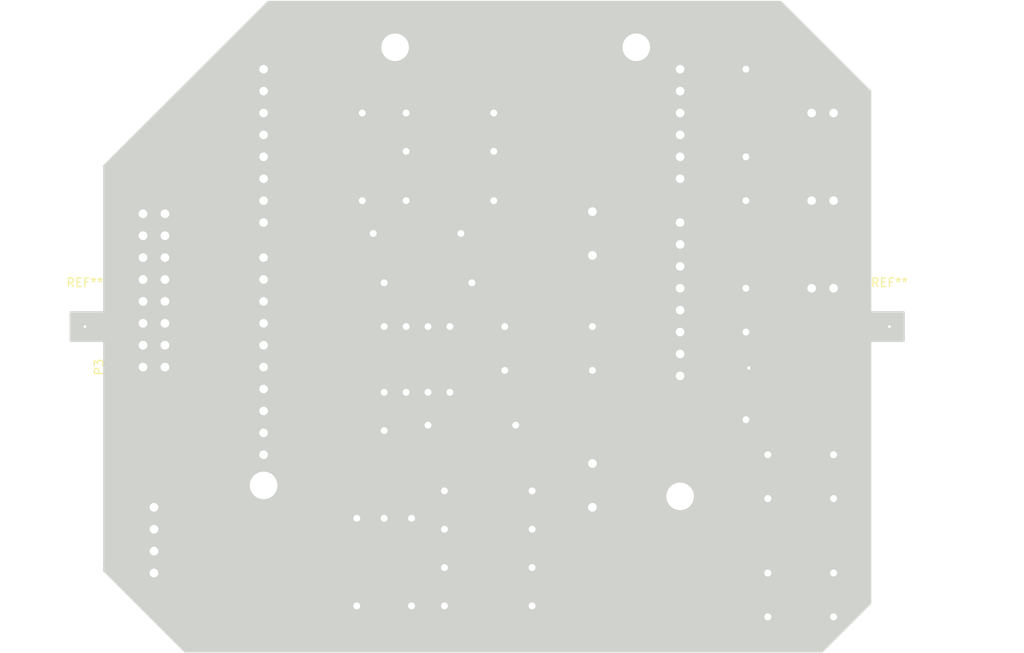
<source format=kicad_pcb>
(kicad_pcb (version 4) (host pcbnew 4.0.1-4.201602100846+6195~38~ubuntu14.04.1-stable)

  (general
    (links 71)
    (no_connects 1)
    (area 92.099713 58.115999 215.264 134.09)
    (thickness 1.6)
    (drawings 12)
    (tracks 241)
    (zones 0)
    (modules 32)
    (nets 45)
  )

  (page A4)
  (layers
    (0 F.Cu signal)
    (31 B.Cu signal)
    (32 B.Adhes user)
    (33 F.Adhes user)
    (34 B.Paste user)
    (35 F.Paste user)
    (36 B.SilkS user)
    (37 F.SilkS user)
    (38 B.Mask user)
    (39 F.Mask user)
    (40 Dwgs.User user)
    (41 Cmts.User user)
    (42 Eco1.User user)
    (43 Eco2.User user)
    (44 Edge.Cuts user hide)
    (45 Margin user)
    (46 B.CrtYd user)
    (47 F.CrtYd user)
    (48 B.Fab user)
    (49 F.Fab user)
  )

  (setup
    (last_trace_width 0.8)
    (trace_clearance 0.6)
    (zone_clearance 0.508)
    (zone_45_only no)
    (trace_min 0.2)
    (segment_width 0.2)
    (edge_width 0.1)
    (via_size 1.6)
    (via_drill 0.8)
    (via_min_size 0.4)
    (via_min_drill 0.3)
    (uvia_size 0.3)
    (uvia_drill 0.1)
    (uvias_allowed no)
    (uvia_min_size 0.2)
    (uvia_min_drill 0.1)
    (pcb_text_width 0.3)
    (pcb_text_size 1.5 1.5)
    (mod_edge_width 0.15)
    (mod_text_size 1 1)
    (mod_text_width 0.15)
    (pad_size 1.6 1.6)
    (pad_drill 0.8)
    (pad_to_mask_clearance 0)
    (aux_axis_origin 97.409 138.684)
    (grid_origin 97.409 138.684)
    (visible_elements 7FFFFFFF)
    (pcbplotparams
      (layerselection 0x01800_80000001)
      (usegerberextensions false)
      (excludeedgelayer true)
      (linewidth 0.100000)
      (plotframeref false)
      (viasonmask false)
      (mode 1)
      (useauxorigin true)
      (hpglpennumber 1)
      (hpglpenspeed 20)
      (hpglpendiameter 15)
      (hpglpenoverlay 2)
      (psnegative false)
      (psa4output false)
      (plotreference true)
      (plotvalue true)
      (plotinvisibletext false)
      (padsonsilk false)
      (subtractmaskfromsilk false)
      (outputformat 1)
      (mirror false)
      (drillshape 0)
      (scaleselection 1)
      (outputdirectory plot/))
  )

  (net 0 "")
  (net 1 Vout1)
  (net 2 GND)
  (net 3 Vout2)
  (net 4 "Net-(D1-Pad2)")
  (net 5 "Net-(D2-Pad2)")
  (net 6 "Net-(D3-Pad2)")
  (net 7 "Net-(J1-Pad2)")
  (net 8 "Net-(J1-Pad3)")
  (net 9 3.3v)
  (net 10 5v)
  (net 11 "Net-(J1-Pad8)")
  (net 12 "Net-(J1-Pad11)")
  (net 13 "Net-(J1-Pad12)")
  (net 14 "Net-(J1-Pad13)")
  (net 15 "Net-(J1-Pad14)")
  (net 16 "Net-(J1-Pad15)")
  (net 17 "Net-(J1-Pad16)")
  (net 18 "Net-(J1-Pad17)")
  (net 19 "Net-(J1-Pad18)")
  (net 20 "Net-(J1-Pad19)")
  (net 21 "Net-(J1-Pad20)")
  (net 22 "Net-(J1-Pad21)")
  (net 23 "Net-(J1-Pad22)")
  (net 24 "Net-(J1-Pad23)")
  (net 25 "Net-(J1-Pad24)")
  (net 26 Pin10)
  (net 27 Pin11)
  (net 28 Pin12)
  (net 29 Pin13)
  (net 30 "Net-(J1-Pad30)")
  (net 31 "Net-(J1-Pad31)")
  (net 32 "Net-(J1-Pad32)")
  (net 33 "Net-(P1-Pad1)")
  (net 34 "Net-(P1-Pad4)")
  (net 35 "Net-(P2-Pad1)")
  (net 36 "Net-(P2-Pad2)")
  (net 37 "Net-(P2-Pad3)")
  (net 38 "Net-(P2-Pad5)")
  (net 39 "Net-(P2-Pad6)")
  (net 40 "Net-(P2-Pad7)")
  (net 41 "Net-(P3-Pad5)")
  (net 42 "Net-(P3-Pad6)")
  (net 43 "Net-(R1-Pad2)")
  (net 44 "Net-(R10-Pad2)")

  (net_class Default "This is the default net class."
    (clearance 0.6)
    (trace_width 0.8)
    (via_dia 1.6)
    (via_drill 0.8)
    (uvia_dia 0.3)
    (uvia_drill 0.1)
    (add_net 3.3v)
    (add_net 5v)
    (add_net GND)
    (add_net "Net-(D1-Pad2)")
    (add_net "Net-(D2-Pad2)")
    (add_net "Net-(D3-Pad2)")
    (add_net "Net-(J1-Pad11)")
    (add_net "Net-(J1-Pad12)")
    (add_net "Net-(J1-Pad13)")
    (add_net "Net-(J1-Pad14)")
    (add_net "Net-(J1-Pad15)")
    (add_net "Net-(J1-Pad16)")
    (add_net "Net-(J1-Pad17)")
    (add_net "Net-(J1-Pad18)")
    (add_net "Net-(J1-Pad19)")
    (add_net "Net-(J1-Pad2)")
    (add_net "Net-(J1-Pad20)")
    (add_net "Net-(J1-Pad21)")
    (add_net "Net-(J1-Pad22)")
    (add_net "Net-(J1-Pad23)")
    (add_net "Net-(J1-Pad24)")
    (add_net "Net-(J1-Pad3)")
    (add_net "Net-(J1-Pad30)")
    (add_net "Net-(J1-Pad31)")
    (add_net "Net-(J1-Pad32)")
    (add_net "Net-(J1-Pad8)")
    (add_net "Net-(P1-Pad1)")
    (add_net "Net-(P1-Pad4)")
    (add_net "Net-(P2-Pad1)")
    (add_net "Net-(P2-Pad2)")
    (add_net "Net-(P2-Pad3)")
    (add_net "Net-(P2-Pad5)")
    (add_net "Net-(P2-Pad6)")
    (add_net "Net-(P2-Pad7)")
    (add_net "Net-(P3-Pad5)")
    (add_net "Net-(P3-Pad6)")
    (add_net "Net-(R1-Pad2)")
    (add_net "Net-(R10-Pad2)")
    (add_net Pin10)
    (add_net Pin11)
    (add_net Pin12)
    (add_net Pin13)
    (add_net Vout1)
    (add_net Vout2)
  )

  (module Discret:C2V8 (layer F.Cu) (tedit 0) (tstamp 56705438)
    (at 161.29 114.3 90)
    (descr "Condensateur polarise")
    (tags CP)
    (path /560EC127)
    (fp_text reference C1 (at 0 2.54 90) (layer F.SilkS)
      (effects (font (size 1 1) (thickness 0.15)))
    )
    (fp_text value C1 (at 0 -2.54 90) (layer F.Fab)
      (effects (font (size 1 1) (thickness 0.15)))
    )
    (fp_circle (center 0 0) (end -4.445 0) (layer F.SilkS) (width 0.15))
    (pad 1 thru_hole rect (at -2.54 0 90) (size 1.778 1.778) (drill 1.016) (layers *.Cu *.Mask F.SilkS)
      (net 1 Vout1))
    (pad 2 thru_hole circle (at 2.54 0 90) (size 1.778 1.778) (drill 1.016) (layers *.Cu *.Mask F.SilkS)
      (net 2 GND))
    (model Discret.3dshapes/C2V8.wrl
      (at (xyz 0 0 0))
      (scale (xyz 1 1 1))
      (rotate (xyz 0 0 0))
    )
  )

  (module Discret:C2V8 (layer F.Cu) (tedit 0) (tstamp 5670543E)
    (at 161.29 85.09 90)
    (descr "Condensateur polarise")
    (tags CP)
    (path /560EC094)
    (fp_text reference C2 (at 0 2.54 90) (layer F.SilkS)
      (effects (font (size 1 1) (thickness 0.15)))
    )
    (fp_text value C1 (at 0 -2.54 90) (layer F.Fab)
      (effects (font (size 1 1) (thickness 0.15)))
    )
    (fp_circle (center 0 0) (end -4.445 0) (layer F.SilkS) (width 0.15))
    (pad 1 thru_hole rect (at -2.54 0 90) (size 1.778 1.778) (drill 1.016) (layers *.Cu *.Mask F.SilkS)
      (net 3 Vout2))
    (pad 2 thru_hole circle (at 2.54 0 90) (size 1.778 1.778) (drill 1.016) (layers *.Cu *.Mask F.SilkS)
      (net 2 GND))
    (model Discret.3dshapes/C2V8.wrl
      (at (xyz 0 0 0))
      (scale (xyz 1 1 1))
      (rotate (xyz 0 0 0))
    )
  )

  (module LEDs:LED-5MM (layer F.Cu) (tedit 5570F7EA) (tstamp 56705444)
    (at 189.23 91.44 180)
    (descr "LED 5mm round vertical")
    (tags "LED 5mm round vertical")
    (path /566F09FD)
    (fp_text reference D1 (at 1.524 4.064 180) (layer F.SilkS)
      (effects (font (size 1 1) (thickness 0.15)))
    )
    (fp_text value LED (at 1.524 -3.937 180) (layer F.Fab)
      (effects (font (size 1 1) (thickness 0.15)))
    )
    (fp_line (start -1.5 -1.55) (end -1.5 1.55) (layer F.CrtYd) (width 0.05))
    (fp_arc (start 1.3 0) (end -1.5 1.55) (angle -302) (layer F.CrtYd) (width 0.05))
    (fp_arc (start 1.27 0) (end -1.23 -1.5) (angle 297.5) (layer F.SilkS) (width 0.15))
    (fp_line (start -1.23 1.5) (end -1.23 -1.5) (layer F.SilkS) (width 0.15))
    (fp_circle (center 1.27 0) (end 0.97 -2.5) (layer F.SilkS) (width 0.15))
    (fp_text user K (at -1.905 1.905 180) (layer F.SilkS)
      (effects (font (size 1 1) (thickness 0.15)))
    )
    (pad 1 thru_hole rect (at 0 0 270) (size 2 1.9) (drill 1.00076) (layers *.Cu *.Mask F.SilkS)
      (net 2 GND))
    (pad 2 thru_hole circle (at 2.54 0 180) (size 1.9 1.9) (drill 1.00076) (layers *.Cu *.Mask F.SilkS)
      (net 4 "Net-(D1-Pad2)"))
    (model LEDs.3dshapes/LED-5MM.wrl
      (at (xyz 0.05 0 0))
      (scale (xyz 1 1 1))
      (rotate (xyz 0 0 90))
    )
  )

  (module LEDs:LED-5MM (layer F.Cu) (tedit 5570F7EA) (tstamp 5670544A)
    (at 189.23 81.28 180)
    (descr "LED 5mm round vertical")
    (tags "LED 5mm round vertical")
    (path /566F0AF8)
    (fp_text reference D2 (at 1.524 4.064 180) (layer F.SilkS)
      (effects (font (size 1 1) (thickness 0.15)))
    )
    (fp_text value LED (at 1.524 -3.937 180) (layer F.Fab)
      (effects (font (size 1 1) (thickness 0.15)))
    )
    (fp_line (start -1.5 -1.55) (end -1.5 1.55) (layer F.CrtYd) (width 0.05))
    (fp_arc (start 1.3 0) (end -1.5 1.55) (angle -302) (layer F.CrtYd) (width 0.05))
    (fp_arc (start 1.27 0) (end -1.23 -1.5) (angle 297.5) (layer F.SilkS) (width 0.15))
    (fp_line (start -1.23 1.5) (end -1.23 -1.5) (layer F.SilkS) (width 0.15))
    (fp_circle (center 1.27 0) (end 0.97 -2.5) (layer F.SilkS) (width 0.15))
    (fp_text user K (at -1.905 1.905 180) (layer F.SilkS)
      (effects (font (size 1 1) (thickness 0.15)))
    )
    (pad 1 thru_hole rect (at 0 0 270) (size 2 1.9) (drill 1.00076) (layers *.Cu *.Mask F.SilkS)
      (net 2 GND))
    (pad 2 thru_hole circle (at 2.54 0 180) (size 1.9 1.9) (drill 1.00076) (layers *.Cu *.Mask F.SilkS)
      (net 5 "Net-(D2-Pad2)"))
    (model LEDs.3dshapes/LED-5MM.wrl
      (at (xyz 0.05 0 0))
      (scale (xyz 1 1 1))
      (rotate (xyz 0 0 90))
    )
  )

  (module LEDs:LED-5MM (layer F.Cu) (tedit 5570F7EA) (tstamp 56705450)
    (at 189.23 71.12 180)
    (descr "LED 5mm round vertical")
    (tags "LED 5mm round vertical")
    (path /566F0B44)
    (fp_text reference D3 (at 1.524 4.064 180) (layer F.SilkS)
      (effects (font (size 1 1) (thickness 0.15)))
    )
    (fp_text value LED (at 1.524 -3.937 180) (layer F.Fab)
      (effects (font (size 1 1) (thickness 0.15)))
    )
    (fp_line (start -1.5 -1.55) (end -1.5 1.55) (layer F.CrtYd) (width 0.05))
    (fp_arc (start 1.3 0) (end -1.5 1.55) (angle -302) (layer F.CrtYd) (width 0.05))
    (fp_arc (start 1.27 0) (end -1.23 -1.5) (angle 297.5) (layer F.SilkS) (width 0.15))
    (fp_line (start -1.23 1.5) (end -1.23 -1.5) (layer F.SilkS) (width 0.15))
    (fp_circle (center 1.27 0) (end 0.97 -2.5) (layer F.SilkS) (width 0.15))
    (fp_text user K (at -1.905 1.905 180) (layer F.SilkS)
      (effects (font (size 1 1) (thickness 0.15)))
    )
    (pad 1 thru_hole rect (at 0 0 270) (size 2 1.9) (drill 1.00076) (layers *.Cu *.Mask F.SilkS)
      (net 2 GND))
    (pad 2 thru_hole circle (at 2.54 0 180) (size 1.9 1.9) (drill 1.00076) (layers *.Cu *.Mask F.SilkS)
      (net 6 "Net-(D3-Pad2)"))
    (model LEDs.3dshapes/LED-5MM.wrl
      (at (xyz 0.05 0 0))
      (scale (xyz 1 1 1))
      (rotate (xyz 0 0 90))
    )
  )

  (module w_conn_misc:arduino_header (layer F.Cu) (tedit 0) (tstamp 56705478)
    (at 147.32 96.52 90)
    (descr "Arduino Header")
    (tags Arduino)
    (path /567048FD)
    (fp_text reference J1 (at 0 1.27 90) (layer F.SilkS)
      (effects (font (size 1.016 1.016) (thickness 0.2032)))
    )
    (fp_text value Arduino_Header (at 0 -1.27 90) (layer F.SilkS) hide
      (effects (font (size 1.016 0.889) (thickness 0.2032)))
    )
    (fp_line (start 31.75 -26.67) (end -31.75 -26.67) (layer F.SilkS) (width 0.381))
    (fp_line (start -31.75 26.67) (end 31.75 26.67) (layer F.SilkS) (width 0.381))
    (fp_line (start 35.56 21.59) (end 35.56 -11.43) (layer F.SilkS) (width 0.381))
    (fp_line (start 35.56 21.59) (end 33.02 24.13) (layer F.SilkS) (width 0.381))
    (fp_line (start 33.02 24.13) (end 33.02 25.4) (layer F.SilkS) (width 0.381))
    (fp_line (start 31.75 25.4) (end 16.51 25.4) (layer F.SilkS) (width 0.381))
    (fp_line (start 16.51 22.86) (end 31.75 22.86) (layer F.SilkS) (width 0.381))
    (fp_line (start 33.02 -25.4) (end 33.02 -13.97) (layer F.SilkS) (width 0.381))
    (fp_line (start 33.02 -13.97) (end 35.56 -11.43) (layer F.SilkS) (width 0.381))
    (fp_line (start 31.75 -26.67) (end 33.02 -25.4) (layer F.SilkS) (width 0.381))
    (fp_arc (start -31.75 -25.4) (end -33.02 -25.4) (angle 90) (layer F.SilkS) (width 0.381))
    (fp_line (start -33.02 25.4) (end -33.02 -25.4) (layer F.SilkS) (width 0.381))
    (fp_arc (start -31.75 25.4) (end -31.75 26.67) (angle 90) (layer F.SilkS) (width 0.381))
    (fp_arc (start 31.75 25.4) (end 33.02 25.4) (angle 90) (layer F.SilkS) (width 0.381))
    (fp_line (start -10.414 -25.4) (end -15.494 -25.4) (layer F.SilkS) (width 0.381))
    (fp_line (start -15.494 -25.4) (end -15.494 -22.86) (layer F.SilkS) (width 0.381))
    (fp_line (start -15.494 -22.86) (end -10.414 -22.86) (layer F.SilkS) (width 0.381))
    (fp_circle (center -17.78 -24.13) (end -15.875 -24.13) (layer F.SilkS) (width 0.381))
    (fp_circle (center 33.02 -8.89) (end 34.925 -8.89) (layer F.SilkS) (width 0.381))
    (fp_line (start 9.906 -22.86) (end -10.414 -22.86) (layer F.SilkS) (width 0.381))
    (fp_line (start -10.414 -22.86) (end -10.414 -25.4) (layer F.SilkS) (width 0.381))
    (fp_line (start 9.906 -22.86) (end 9.906 -25.4) (layer F.SilkS) (width 0.381))
    (fp_line (start 9.906 -25.4) (end -10.414 -25.4) (layer F.SilkS) (width 0.381))
    (fp_line (start 31.75 -25.4) (end 31.75 -22.86) (layer F.SilkS) (width 0.381))
    (fp_line (start 31.75 -22.86) (end 11.43 -22.86) (layer F.SilkS) (width 0.381))
    (fp_line (start 11.43 -22.86) (end 11.43 -25.4) (layer F.SilkS) (width 0.381))
    (fp_line (start 11.43 -25.4) (end 31.75 -25.4) (layer F.SilkS) (width 0.381))
    (fp_circle (center 33.02 19.05) (end 34.925 19.05) (layer F.SilkS) (width 0.381))
    (fp_circle (center -19.05 24.13) (end -17.145 24.13) (layer F.SilkS) (width 0.381))
    (fp_line (start -6.35 25.4) (end 13.97 25.4) (layer F.SilkS) (width 0.381))
    (fp_line (start 13.97 22.86) (end -6.35 22.86) (layer F.SilkS) (width 0.381))
    (fp_line (start 31.75 25.4) (end 31.75 22.86) (layer F.SilkS) (width 0.381))
    (fp_line (start 16.51 22.86) (end 16.51 25.4) (layer F.SilkS) (width 0.381))
    (fp_line (start 13.97 22.86) (end 13.97 25.4) (layer F.SilkS) (width 0.381))
    (fp_line (start -6.35 25.4) (end -6.35 22.86) (layer F.SilkS) (width 0.381))
    (pad 1 thru_hole oval (at -5.08 24.13 90) (size 1.524 2.19964) (drill 1.00076) (layers *.Cu *.Mask F.SilkS))
    (pad 2 thru_hole oval (at -2.54 24.13 90) (size 1.524 2.19964) (drill 1.00076) (layers *.Cu *.Mask F.SilkS)
      (net 7 "Net-(J1-Pad2)"))
    (pad 3 thru_hole oval (at 0 24.13 90) (size 1.524 2.19964) (drill 1.00076) (layers *.Cu *.Mask F.SilkS)
      (net 8 "Net-(J1-Pad3)"))
    (pad 4 thru_hole oval (at 2.54 24.13 90) (size 1.524 2.19964) (drill 1.00076) (layers *.Cu *.Mask F.SilkS)
      (net 9 3.3v))
    (pad 5 thru_hole oval (at 5.08 24.13 90) (size 1.524 2.19964) (drill 1.00076) (layers *.Cu *.Mask F.SilkS)
      (net 10 5v))
    (pad 6 thru_hole oval (at 7.62 24.13 90) (size 1.524 2.19964) (drill 1.00076) (layers *.Cu *.Mask F.SilkS)
      (net 2 GND))
    (pad 7 thru_hole oval (at 10.16 24.13 90) (size 1.524 2.19964) (drill 1.00076) (layers *.Cu *.Mask F.SilkS)
      (net 2 GND))
    (pad 8 thru_hole oval (at 12.7 24.13 90) (size 1.524 2.19964) (drill 1.00076) (layers *.Cu *.Mask F.SilkS)
      (net 11 "Net-(J1-Pad8)"))
    (pad 9 thru_hole oval (at 17.78 24.13 90) (size 1.524 2.19964) (drill 1.00076) (layers *.Cu *.Mask F.SilkS)
      (net 1 Vout1))
    (pad 10 thru_hole oval (at 20.32 24.13 90) (size 1.524 2.19964) (drill 1.00076) (layers *.Cu *.Mask F.SilkS)
      (net 3 Vout2))
    (pad 11 thru_hole oval (at 22.86 24.13 90) (size 1.524 2.19964) (drill 1.00076) (layers *.Cu *.Mask F.SilkS)
      (net 12 "Net-(J1-Pad11)"))
    (pad 12 thru_hole oval (at 25.4 24.13 90) (size 1.524 2.19964) (drill 1.00076) (layers *.Cu *.Mask F.SilkS)
      (net 13 "Net-(J1-Pad12)"))
    (pad 13 thru_hole oval (at 27.94 24.13 90) (size 1.524 2.19964) (drill 1.00076) (layers *.Cu *.Mask F.SilkS)
      (net 14 "Net-(J1-Pad13)"))
    (pad 14 thru_hole oval (at 30.48 24.13 90) (size 1.524 2.19964) (drill 1.00076) (layers *.Cu *.Mask F.SilkS)
      (net 15 "Net-(J1-Pad14)"))
    (pad "" np_thru_hole circle (at -19.05 24.13 90) (size 3.19786 3.19786) (drill 3.19786) (layers *.Cu *.Mask F.SilkS))
    (pad "" np_thru_hole circle (at 33.02 19.05 90) (size 3.19786 3.19786) (drill 3.19786) (layers *.Cu *.Mask F.SilkS))
    (pad 15 thru_hole oval (at 30.48 -24.13 90) (size 1.524 2.1971) (drill 0.99822) (layers *.Cu *.Mask F.SilkS)
      (net 16 "Net-(J1-Pad15)"))
    (pad 16 thru_hole oval (at 27.94 -24.13 90) (size 1.524 2.1971) (drill 0.99822) (layers *.Cu *.Mask F.SilkS)
      (net 17 "Net-(J1-Pad16)"))
    (pad 17 thru_hole oval (at 25.4 -24.13 90) (size 1.524 2.1971) (drill 0.99822) (layers *.Cu *.Mask F.SilkS)
      (net 18 "Net-(J1-Pad17)"))
    (pad 18 thru_hole oval (at 22.86 -24.13 90) (size 1.524 2.1971) (drill 0.99822) (layers *.Cu *.Mask F.SilkS)
      (net 19 "Net-(J1-Pad18)"))
    (pad 19 thru_hole oval (at 20.32 -24.13 90) (size 1.524 2.1971) (drill 0.99822) (layers *.Cu *.Mask F.SilkS)
      (net 20 "Net-(J1-Pad19)"))
    (pad 20 thru_hole oval (at 17.78 -24.13 90) (size 1.524 2.1971) (drill 0.99822) (layers *.Cu *.Mask F.SilkS)
      (net 21 "Net-(J1-Pad20)"))
    (pad 21 thru_hole oval (at 15.24 -24.13 90) (size 1.524 2.1971) (drill 0.99822) (layers *.Cu *.Mask F.SilkS)
      (net 22 "Net-(J1-Pad21)"))
    (pad 22 thru_hole oval (at 12.7 -24.13 90) (size 1.524 2.1971) (drill 0.99822) (layers *.Cu *.Mask F.SilkS)
      (net 23 "Net-(J1-Pad22)"))
    (pad 23 thru_hole oval (at 8.636 -24.13 90) (size 1.524 2.1971) (drill 0.99822) (layers *.Cu *.Mask F.SilkS)
      (net 24 "Net-(J1-Pad23)"))
    (pad 24 thru_hole oval (at 6.096 -24.13 90) (size 1.524 2.1971) (drill 0.99822) (layers *.Cu *.Mask F.SilkS)
      (net 25 "Net-(J1-Pad24)"))
    (pad 25 thru_hole oval (at 3.556 -24.13 90) (size 1.524 2.1971) (drill 0.99822) (layers *.Cu *.Mask F.SilkS)
      (net 26 Pin10))
    (pad 26 thru_hole oval (at 1.016 -24.13 90) (size 1.524 2.1971) (drill 0.99822) (layers *.Cu *.Mask F.SilkS)
      (net 27 Pin11))
    (pad 27 thru_hole oval (at -1.524 -24.13 90) (size 1.524 2.1971) (drill 0.99822) (layers *.Cu *.Mask F.SilkS)
      (net 28 Pin12))
    (pad 28 thru_hole oval (at -4.064 -24.13 90) (size 1.524 2.1971) (drill 0.99822) (layers *.Cu *.Mask F.SilkS)
      (net 29 Pin13))
    (pad 29 thru_hole oval (at -6.604 -24.13 90) (size 1.524 2.1971) (drill 0.99822) (layers *.Cu *.Mask F.SilkS)
      (net 2 GND))
    (pad 30 thru_hole oval (at -9.14146 -24.13 90) (size 1.524 2.1971) (drill 0.99822) (layers *.Cu *.Mask F.SilkS)
      (net 30 "Net-(J1-Pad30)"))
    (pad "" np_thru_hole circle (at -17.78 -24.13 90) (size 3.19786 3.19786) (drill 3.19786) (layers *.Cu *.Mask F.SilkS))
    (pad 31 thru_hole oval (at -11.684 -24.13 90) (size 1.524 2.1971) (drill 0.99822) (layers *.Cu *.Mask F.SilkS)
      (net 31 "Net-(J1-Pad31)"))
    (pad 32 thru_hole oval (at -14.224 -24.13 90) (size 1.524 2.1971) (drill 0.99822) (layers *.Cu *.Mask F.SilkS)
      (net 32 "Net-(J1-Pad32)"))
    (pad "" np_thru_hole circle (at 33.02 -8.89 90) (size 3.19786 3.19786) (drill 3.19786) (layers *.Cu *.Mask F.SilkS))
    (model walter/conn_misc/arduino_header.wrl
      (at (xyz 0 0 0))
      (scale (xyz 1 1 1))
      (rotate (xyz 0 0 0))
    )
  )

  (module Socket_Strips:Socket_Strip_Straight_1x04 (layer F.Cu) (tedit 0) (tstamp 56705480)
    (at 110.49 116.84 270)
    (descr "Through hole socket strip")
    (tags "socket strip")
    (path /5609460D)
    (fp_text reference P1 (at 0 -5.1 270) (layer F.SilkS)
      (effects (font (size 1 1) (thickness 0.15)))
    )
    (fp_text value CONN_01X04 (at 0 -3.1 270) (layer F.Fab)
      (effects (font (size 1 1) (thickness 0.15)))
    )
    (fp_line (start -1.75 -1.75) (end -1.75 1.75) (layer F.CrtYd) (width 0.05))
    (fp_line (start 9.4 -1.75) (end 9.4 1.75) (layer F.CrtYd) (width 0.05))
    (fp_line (start -1.75 -1.75) (end 9.4 -1.75) (layer F.CrtYd) (width 0.05))
    (fp_line (start -1.75 1.75) (end 9.4 1.75) (layer F.CrtYd) (width 0.05))
    (fp_line (start 1.27 -1.27) (end 8.89 -1.27) (layer F.SilkS) (width 0.15))
    (fp_line (start 1.27 1.27) (end 8.89 1.27) (layer F.SilkS) (width 0.15))
    (fp_line (start -1.55 1.55) (end 0 1.55) (layer F.SilkS) (width 0.15))
    (fp_line (start 8.89 -1.27) (end 8.89 1.27) (layer F.SilkS) (width 0.15))
    (fp_line (start 1.27 1.27) (end 1.27 -1.27) (layer F.SilkS) (width 0.15))
    (fp_line (start 0 -1.55) (end -1.55 -1.55) (layer F.SilkS) (width 0.15))
    (fp_line (start -1.55 -1.55) (end -1.55 1.55) (layer F.SilkS) (width 0.15))
    (pad 1 thru_hole rect (at 0 0 270) (size 1.7272 2.032) (drill 1.016) (layers *.Cu *.Mask F.SilkS)
      (net 33 "Net-(P1-Pad1)"))
    (pad 2 thru_hole oval (at 2.54 0 270) (size 1.7272 2.032) (drill 1.016) (layers *.Cu *.Mask F.SilkS)
      (net 2 GND))
    (pad 3 thru_hole oval (at 5.08 0 270) (size 1.7272 2.032) (drill 1.016) (layers *.Cu *.Mask F.SilkS)
      (net 2 GND))
    (pad 4 thru_hole oval (at 7.62 0 270) (size 1.7272 2.032) (drill 1.016) (layers *.Cu *.Mask F.SilkS)
      (net 34 "Net-(P1-Pad4)"))
    (model Socket_Strips.3dshapes/Socket_Strip_Straight_1x04.wrl
      (at (xyz 0.15 0 0))
      (scale (xyz 1 1 1))
      (rotate (xyz 0 0 180))
    )
  )

  (module Housings_DIP:DIP-8_W7.62mm_LongPads (layer F.Cu) (tedit 54130A77) (tstamp 5670548C)
    (at 137.16 103.505 90)
    (descr "8-lead dip package, row spacing 7.62 mm (300 mils), longer pads")
    (tags "dil dip 2.54 300")
    (path /5670B9DD)
    (fp_text reference P2 (at 0 -5.22 90) (layer F.SilkS)
      (effects (font (size 1 1) (thickness 0.15)))
    )
    (fp_text value LM358-P (at 0 -3.72 90) (layer F.Fab)
      (effects (font (size 1 1) (thickness 0.15)))
    )
    (fp_line (start -1.4 -2.45) (end -1.4 10.1) (layer F.CrtYd) (width 0.05))
    (fp_line (start 9 -2.45) (end 9 10.1) (layer F.CrtYd) (width 0.05))
    (fp_line (start -1.4 -2.45) (end 9 -2.45) (layer F.CrtYd) (width 0.05))
    (fp_line (start -1.4 10.1) (end 9 10.1) (layer F.CrtYd) (width 0.05))
    (fp_line (start 0.135 -2.295) (end 0.135 -1.025) (layer F.SilkS) (width 0.15))
    (fp_line (start 7.485 -2.295) (end 7.485 -1.025) (layer F.SilkS) (width 0.15))
    (fp_line (start 7.485 9.915) (end 7.485 8.645) (layer F.SilkS) (width 0.15))
    (fp_line (start 0.135 9.915) (end 0.135 8.645) (layer F.SilkS) (width 0.15))
    (fp_line (start 0.135 -2.295) (end 7.485 -2.295) (layer F.SilkS) (width 0.15))
    (fp_line (start 0.135 9.915) (end 7.485 9.915) (layer F.SilkS) (width 0.15))
    (fp_line (start 0.135 -1.025) (end -1.15 -1.025) (layer F.SilkS) (width 0.15))
    (pad 1 thru_hole oval (at 0 0 90) (size 2.3 1.6) (drill 0.8) (layers *.Cu *.Mask F.SilkS)
      (net 35 "Net-(P2-Pad1)"))
    (pad 2 thru_hole oval (at 0 2.54 90) (size 2.3 1.6) (drill 0.8) (layers *.Cu *.Mask F.SilkS)
      (net 36 "Net-(P2-Pad2)"))
    (pad 3 thru_hole oval (at 0 5.08 90) (size 2.3 1.6) (drill 0.8) (layers *.Cu *.Mask F.SilkS)
      (net 37 "Net-(P2-Pad3)"))
    (pad 4 thru_hole oval (at 0 7.62 90) (size 2.3 1.6) (drill 0.8) (layers *.Cu *.Mask F.SilkS)
      (net 2 GND))
    (pad 5 thru_hole oval (at 7.62 7.62 90) (size 2.3 1.6) (drill 0.8) (layers *.Cu *.Mask F.SilkS)
      (net 38 "Net-(P2-Pad5)"))
    (pad 6 thru_hole oval (at 7.62 5.08 90) (size 2.3 1.6) (drill 0.8) (layers *.Cu *.Mask F.SilkS)
      (net 39 "Net-(P2-Pad6)"))
    (pad 7 thru_hole oval (at 7.62 2.54 90) (size 2.3 1.6) (drill 0.8) (layers *.Cu *.Mask F.SilkS)
      (net 40 "Net-(P2-Pad7)"))
    (pad 8 thru_hole oval (at 7.62 0 90) (size 2.3 1.6) (drill 0.8) (layers *.Cu *.Mask F.SilkS)
      (net 10 5v))
    (model Housings_DIP.3dshapes/DIP-8_W7.62mm_LongPads.wrl
      (at (xyz 0 0 0))
      (scale (xyz 1 1 1))
      (rotate (xyz 0 0 0))
    )
  )

  (module Socket_Strips:Socket_Strip_Straight_2x08 (layer F.Cu) (tedit 0) (tstamp 567054A0)
    (at 109.22 100.584 90)
    (descr "Through hole socket strip")
    (tags "socket strip")
    (path /56213F08)
    (fp_text reference P3 (at 0 -5.1 90) (layer F.SilkS)
      (effects (font (size 1 1) (thickness 0.15)))
    )
    (fp_text value CONN_02X08 (at 0 -3.1 90) (layer F.Fab)
      (effects (font (size 1 1) (thickness 0.15)))
    )
    (fp_line (start -1.75 -1.75) (end -1.75 4.3) (layer F.CrtYd) (width 0.05))
    (fp_line (start 19.55 -1.75) (end 19.55 4.3) (layer F.CrtYd) (width 0.05))
    (fp_line (start -1.75 -1.75) (end 19.55 -1.75) (layer F.CrtYd) (width 0.05))
    (fp_line (start -1.75 4.3) (end 19.55 4.3) (layer F.CrtYd) (width 0.05))
    (fp_line (start 19.05 3.81) (end -1.27 3.81) (layer F.SilkS) (width 0.15))
    (fp_line (start 1.27 -1.27) (end 19.05 -1.27) (layer F.SilkS) (width 0.15))
    (fp_line (start 19.05 3.81) (end 19.05 -1.27) (layer F.SilkS) (width 0.15))
    (fp_line (start -1.27 3.81) (end -1.27 1.27) (layer F.SilkS) (width 0.15))
    (fp_line (start 0 -1.55) (end -1.55 -1.55) (layer F.SilkS) (width 0.15))
    (fp_line (start -1.27 1.27) (end 1.27 1.27) (layer F.SilkS) (width 0.15))
    (fp_line (start 1.27 1.27) (end 1.27 -1.27) (layer F.SilkS) (width 0.15))
    (fp_line (start -1.55 -1.55) (end -1.55 0) (layer F.SilkS) (width 0.15))
    (pad 1 thru_hole rect (at 0 0 90) (size 1.7272 1.7272) (drill 1.016) (layers *.Cu *.Mask F.SilkS)
      (net 2 GND))
    (pad 2 thru_hole oval (at 0 2.54 90) (size 1.7272 1.7272) (drill 1.016) (layers *.Cu *.Mask F.SilkS)
      (net 2 GND))
    (pad 3 thru_hole oval (at 2.54 0 90) (size 1.7272 1.7272) (drill 1.016) (layers *.Cu *.Mask F.SilkS)
      (net 9 3.3v))
    (pad 4 thru_hole oval (at 2.54 2.54 90) (size 1.7272 1.7272) (drill 1.016) (layers *.Cu *.Mask F.SilkS)
      (net 9 3.3v))
    (pad 5 thru_hole oval (at 5.08 0 90) (size 1.7272 1.7272) (drill 1.016) (layers *.Cu *.Mask F.SilkS)
      (net 41 "Net-(P3-Pad5)"))
    (pad 6 thru_hole oval (at 5.08 2.54 90) (size 1.7272 1.7272) (drill 1.016) (layers *.Cu *.Mask F.SilkS)
      (net 42 "Net-(P3-Pad6)"))
    (pad 7 thru_hole oval (at 7.62 0 90) (size 1.7272 1.7272) (drill 1.016) (layers *.Cu *.Mask F.SilkS)
      (net 26 Pin10))
    (pad 8 thru_hole oval (at 7.62 2.54 90) (size 1.7272 1.7272) (drill 1.016) (layers *.Cu *.Mask F.SilkS)
      (net 26 Pin10))
    (pad 9 thru_hole oval (at 10.16 0 90) (size 1.7272 1.7272) (drill 1.016) (layers *.Cu *.Mask F.SilkS)
      (net 27 Pin11))
    (pad 10 thru_hole oval (at 10.16 2.54 90) (size 1.7272 1.7272) (drill 1.016) (layers *.Cu *.Mask F.SilkS)
      (net 27 Pin11))
    (pad 11 thru_hole oval (at 12.7 0 90) (size 1.7272 1.7272) (drill 1.016) (layers *.Cu *.Mask F.SilkS)
      (net 29 Pin13))
    (pad 12 thru_hole oval (at 12.7 2.54 90) (size 1.7272 1.7272) (drill 1.016) (layers *.Cu *.Mask F.SilkS)
      (net 29 Pin13))
    (pad 13 thru_hole oval (at 15.24 0 90) (size 1.7272 1.7272) (drill 1.016) (layers *.Cu *.Mask F.SilkS)
      (net 28 Pin12))
    (pad 14 thru_hole oval (at 15.24 2.54 90) (size 1.7272 1.7272) (drill 1.016) (layers *.Cu *.Mask F.SilkS)
      (net 28 Pin12))
    (pad 15 thru_hole oval (at 17.78 0 90) (size 1.7272 1.7272) (drill 1.016) (layers *.Cu *.Mask F.SilkS)
      (net 2 GND))
    (pad 16 thru_hole oval (at 17.78 2.54 90) (size 1.7272 1.7272) (drill 1.016) (layers *.Cu *.Mask F.SilkS)
      (net 2 GND))
    (model Socket_Strips.3dshapes/Socket_Strip_Straight_2x08.wrl
      (at (xyz 0.35 -0.05 0))
      (scale (xyz 1 1 1))
      (rotate (xyz 0 0 180))
    )
  )

  (module Resistors_ThroughHole:Resistor_Horizontal_RM10mm (layer F.Cu) (tedit 53F56209) (tstamp 567054A6)
    (at 133.985 123.19 270)
    (descr "Resistor, Axial,  RM 10mm, 1/3W,")
    (tags "Resistor, Axial, RM 10mm, 1/3W,")
    (path /56093E5D)
    (fp_text reference R1 (at 0.24892 -3.50012 270) (layer F.SilkS)
      (effects (font (size 1 1) (thickness 0.15)))
    )
    (fp_text value R1 (at 3.81 3.81 270) (layer F.Fab)
      (effects (font (size 1 1) (thickness 0.15)))
    )
    (fp_line (start -2.54 -1.27) (end 2.54 -1.27) (layer F.SilkS) (width 0.15))
    (fp_line (start 2.54 -1.27) (end 2.54 1.27) (layer F.SilkS) (width 0.15))
    (fp_line (start 2.54 1.27) (end -2.54 1.27) (layer F.SilkS) (width 0.15))
    (fp_line (start -2.54 1.27) (end -2.54 -1.27) (layer F.SilkS) (width 0.15))
    (fp_line (start -2.54 0) (end -3.81 0) (layer F.SilkS) (width 0.15))
    (fp_line (start 2.54 0) (end 3.81 0) (layer F.SilkS) (width 0.15))
    (pad 1 thru_hole circle (at -5.08 0 270) (size 1.6 1.6) (drill 0.8) (layers *.SilkS *.Mask B.Cu)
      (net 10 5v))
    (pad 2 thru_hole circle (at 5.08 0 270) (size 1.6 1.6) (drill 0.8) (layers *.SilkS *.Mask B.Cu)
      (net 43 "Net-(R1-Pad2)"))
    (model Resistors_ThroughHole.3dshapes/Resistor_Horizontal_RM10mm.wrl
      (at (xyz 0 0 0))
      (scale (xyz 0.4 0.4 0.4))
      (rotate (xyz 0 0 0))
    )
  )

  (module Resistors_ThroughHole:Resistor_Horizontal_RM10mm (layer F.Cu) (tedit 56747012) (tstamp 567054AC)
    (at 149.225 128.27)
    (descr "Resistor, Axial,  RM 10mm, 1/3W,")
    (tags "Resistor, Axial, RM 10mm, 1/3W,")
    (path /56093FE2)
    (fp_text reference R2 (at 0.24892 -3.50012) (layer F.SilkS)
      (effects (font (size 1 1) (thickness 0.15)))
    )
    (fp_text value R1 (at 0 4.445) (layer F.Fab)
      (effects (font (size 1 1) (thickness 0.15)))
    )
    (fp_line (start -2.54 -1.27) (end 2.54 -1.27) (layer F.SilkS) (width 0.15))
    (fp_line (start 2.54 -1.27) (end 2.54 1.27) (layer F.SilkS) (width 0.15))
    (fp_line (start 2.54 1.27) (end -2.54 1.27) (layer F.SilkS) (width 0.15))
    (fp_line (start -2.54 1.27) (end -2.54 -1.27) (layer F.SilkS) (width 0.15))
    (fp_line (start -2.54 0) (end -3.81 0) (layer F.SilkS) (width 0.15))
    (fp_line (start 2.54 0) (end 3.81 0) (layer F.SilkS) (width 0.15))
    (pad 1 thru_hole circle (at -5.08 0) (size 1.6 1.6) (drill 0.8) (layers *.SilkS *.Mask B.Cu)
      (net 43 "Net-(R1-Pad2)"))
    (pad 2 thru_hole circle (at 5.08 0) (size 1.6 1.6) (drill 0.8) (layers *.SilkS *.Mask B.Cu)
      (net 2 GND))
    (model Resistors_ThroughHole.3dshapes/Resistor_Horizontal_RM10mm.wrl
      (at (xyz 0 0 0))
      (scale (xyz 0.4 0.4 0.4))
      (rotate (xyz 0 0 0))
    )
  )

  (module Resistors_ThroughHole:Resistor_Horizontal_RM10mm (layer F.Cu) (tedit 53F56209) (tstamp 567054B2)
    (at 140.335 123.19 270)
    (descr "Resistor, Axial,  RM 10mm, 1/3W,")
    (tags "Resistor, Axial, RM 10mm, 1/3W,")
    (path /56096B7A)
    (fp_text reference R3 (at 0.24892 -3.50012 270) (layer F.SilkS)
      (effects (font (size 1 1) (thickness 0.15)))
    )
    (fp_text value R2 (at 3.81 3.81 270) (layer F.Fab)
      (effects (font (size 1 1) (thickness 0.15)))
    )
    (fp_line (start -2.54 -1.27) (end 2.54 -1.27) (layer F.SilkS) (width 0.15))
    (fp_line (start 2.54 -1.27) (end 2.54 1.27) (layer F.SilkS) (width 0.15))
    (fp_line (start 2.54 1.27) (end -2.54 1.27) (layer F.SilkS) (width 0.15))
    (fp_line (start -2.54 1.27) (end -2.54 -1.27) (layer F.SilkS) (width 0.15))
    (fp_line (start -2.54 0) (end -3.81 0) (layer F.SilkS) (width 0.15))
    (fp_line (start 2.54 0) (end 3.81 0) (layer F.SilkS) (width 0.15))
    (pad 1 thru_hole circle (at -5.08 0 270) (size 1.6 1.6) (drill 0.8) (layers *.SilkS *.Mask B.Cu)
      (net 36 "Net-(P2-Pad2)"))
    (pad 2 thru_hole circle (at 5.08 0 270) (size 1.6 1.6) (drill 0.8) (layers *.SilkS *.Mask B.Cu)
      (net 43 "Net-(R1-Pad2)"))
    (model Resistors_ThroughHole.3dshapes/Resistor_Horizontal_RM10mm.wrl
      (at (xyz 0 0 0))
      (scale (xyz 0.4 0.4 0.4))
      (rotate (xyz 0 0 0))
    )
  )

  (module Resistors_ThroughHole:Resistor_Horizontal_RM10mm (layer F.Cu) (tedit 53F56209) (tstamp 567054B8)
    (at 149.225 119.38)
    (descr "Resistor, Axial,  RM 10mm, 1/3W,")
    (tags "Resistor, Axial, RM 10mm, 1/3W,")
    (path /56096044)
    (fp_text reference R4 (at 0.24892 -3.50012) (layer F.SilkS)
      (effects (font (size 1 1) (thickness 0.15)))
    )
    (fp_text value R2 (at 3.81 3.81) (layer F.Fab)
      (effects (font (size 1 1) (thickness 0.15)))
    )
    (fp_line (start -2.54 -1.27) (end 2.54 -1.27) (layer F.SilkS) (width 0.15))
    (fp_line (start 2.54 -1.27) (end 2.54 1.27) (layer F.SilkS) (width 0.15))
    (fp_line (start 2.54 1.27) (end -2.54 1.27) (layer F.SilkS) (width 0.15))
    (fp_line (start -2.54 1.27) (end -2.54 -1.27) (layer F.SilkS) (width 0.15))
    (fp_line (start -2.54 0) (end -3.81 0) (layer F.SilkS) (width 0.15))
    (fp_line (start 2.54 0) (end 3.81 0) (layer F.SilkS) (width 0.15))
    (pad 1 thru_hole circle (at -5.08 0) (size 1.6 1.6) (drill 0.8) (layers *.SilkS *.Mask B.Cu)
      (net 37 "Net-(P2-Pad3)"))
    (pad 2 thru_hole circle (at 5.08 0) (size 1.6 1.6) (drill 0.8) (layers *.SilkS *.Mask B.Cu)
      (net 34 "Net-(P1-Pad4)"))
    (model Resistors_ThroughHole.3dshapes/Resistor_Horizontal_RM10mm.wrl
      (at (xyz 0 0 0))
      (scale (xyz 0.4 0.4 0.4))
      (rotate (xyz 0 0 0))
    )
  )

  (module Resistors_ThroughHole:Resistor_Horizontal_RM10mm (layer F.Cu) (tedit 53F56209) (tstamp 567054BE)
    (at 149.225 123.825)
    (descr "Resistor, Axial,  RM 10mm, 1/3W,")
    (tags "Resistor, Axial, RM 10mm, 1/3W,")
    (path /5609404B)
    (fp_text reference R5 (at 0.24892 -3.50012) (layer F.SilkS)
      (effects (font (size 1 1) (thickness 0.15)))
    )
    (fp_text value R1 (at 3.81 3.81) (layer F.Fab)
      (effects (font (size 1 1) (thickness 0.15)))
    )
    (fp_line (start -2.54 -1.27) (end 2.54 -1.27) (layer F.SilkS) (width 0.15))
    (fp_line (start 2.54 -1.27) (end 2.54 1.27) (layer F.SilkS) (width 0.15))
    (fp_line (start 2.54 1.27) (end -2.54 1.27) (layer F.SilkS) (width 0.15))
    (fp_line (start -2.54 1.27) (end -2.54 -1.27) (layer F.SilkS) (width 0.15))
    (fp_line (start -2.54 0) (end -3.81 0) (layer F.SilkS) (width 0.15))
    (fp_line (start 2.54 0) (end 3.81 0) (layer F.SilkS) (width 0.15))
    (pad 1 thru_hole circle (at -5.08 0) (size 1.6 1.6) (drill 0.8) (layers *.SilkS *.Mask B.Cu)
      (net 10 5v))
    (pad 2 thru_hole circle (at 5.08 0) (size 1.6 1.6) (drill 0.8) (layers *.SilkS *.Mask B.Cu)
      (net 34 "Net-(P1-Pad4)"))
    (model Resistors_ThroughHole.3dshapes/Resistor_Horizontal_RM10mm.wrl
      (at (xyz 0 0 0))
      (scale (xyz 0.4 0.4 0.4))
      (rotate (xyz 0 0 0))
    )
  )

  (module Resistors_ThroughHole:Resistor_Horizontal_RM10mm (layer F.Cu) (tedit 53F56209) (tstamp 567054C4)
    (at 149.225 114.935)
    (descr "Resistor, Axial,  RM 10mm, 1/3W,")
    (tags "Resistor, Axial, RM 10mm, 1/3W,")
    (path /560EC441)
    (fp_text reference R6 (at 0.24892 -3.50012) (layer F.SilkS)
      (effects (font (size 1 1) (thickness 0.15)))
    )
    (fp_text value R4 (at 3.81 3.81) (layer F.Fab)
      (effects (font (size 1 1) (thickness 0.15)))
    )
    (fp_line (start -2.54 -1.27) (end 2.54 -1.27) (layer F.SilkS) (width 0.15))
    (fp_line (start 2.54 -1.27) (end 2.54 1.27) (layer F.SilkS) (width 0.15))
    (fp_line (start 2.54 1.27) (end -2.54 1.27) (layer F.SilkS) (width 0.15))
    (fp_line (start -2.54 1.27) (end -2.54 -1.27) (layer F.SilkS) (width 0.15))
    (fp_line (start -2.54 0) (end -3.81 0) (layer F.SilkS) (width 0.15))
    (fp_line (start 2.54 0) (end 3.81 0) (layer F.SilkS) (width 0.15))
    (pad 1 thru_hole circle (at -5.08 0) (size 1.6 1.6) (drill 0.8) (layers *.SilkS *.Mask B.Cu)
      (net 35 "Net-(P2-Pad1)"))
    (pad 2 thru_hole circle (at 5.08 0) (size 1.6 1.6) (drill 0.8) (layers *.SilkS *.Mask B.Cu)
      (net 1 Vout1))
    (model Resistors_ThroughHole.3dshapes/Resistor_Horizontal_RM10mm.wrl
      (at (xyz 0 0 0))
      (scale (xyz 0.4 0.4 0.4))
      (rotate (xyz 0 0 0))
    )
  )

  (module Resistors_ThroughHole:Resistor_Horizontal_RM10mm (layer F.Cu) (tedit 53F56209) (tstamp 567054CA)
    (at 137.16 113.03 270)
    (descr "Resistor, Axial,  RM 10mm, 1/3W,")
    (tags "Resistor, Axial, RM 10mm, 1/3W,")
    (path /56096C42)
    (fp_text reference R7 (at 0.24892 -3.50012 270) (layer F.SilkS)
      (effects (font (size 1 1) (thickness 0.15)))
    )
    (fp_text value R3 (at 3.81 3.81 270) (layer F.Fab)
      (effects (font (size 1 1) (thickness 0.15)))
    )
    (fp_line (start -2.54 -1.27) (end 2.54 -1.27) (layer F.SilkS) (width 0.15))
    (fp_line (start 2.54 -1.27) (end 2.54 1.27) (layer F.SilkS) (width 0.15))
    (fp_line (start 2.54 1.27) (end -2.54 1.27) (layer F.SilkS) (width 0.15))
    (fp_line (start -2.54 1.27) (end -2.54 -1.27) (layer F.SilkS) (width 0.15))
    (fp_line (start -2.54 0) (end -3.81 0) (layer F.SilkS) (width 0.15))
    (fp_line (start 2.54 0) (end 3.81 0) (layer F.SilkS) (width 0.15))
    (pad 1 thru_hole circle (at -5.08 0 270) (size 1.6 1.6) (drill 0.8) (layers *.SilkS *.Mask B.Cu)
      (net 35 "Net-(P2-Pad1)"))
    (pad 2 thru_hole circle (at 5.08 0 270) (size 1.6 1.6) (drill 0.8) (layers *.SilkS *.Mask B.Cu)
      (net 36 "Net-(P2-Pad2)"))
    (model Resistors_ThroughHole.3dshapes/Resistor_Horizontal_RM10mm.wrl
      (at (xyz 0 0 0))
      (scale (xyz 0.4 0.4 0.4))
      (rotate (xyz 0 0 0))
    )
  )

  (module Resistors_ThroughHole:Resistor_Horizontal_RM10mm (layer F.Cu) (tedit 53F56209) (tstamp 567054D0)
    (at 147.32 107.315 180)
    (descr "Resistor, Axial,  RM 10mm, 1/3W,")
    (tags "Resistor, Axial, RM 10mm, 1/3W,")
    (path /56096BE3)
    (fp_text reference R8 (at 0.24892 -3.50012 180) (layer F.SilkS)
      (effects (font (size 1 1) (thickness 0.15)))
    )
    (fp_text value R3 (at 3.81 3.81 180) (layer F.Fab)
      (effects (font (size 1 1) (thickness 0.15)))
    )
    (fp_line (start -2.54 -1.27) (end 2.54 -1.27) (layer F.SilkS) (width 0.15))
    (fp_line (start 2.54 -1.27) (end 2.54 1.27) (layer F.SilkS) (width 0.15))
    (fp_line (start 2.54 1.27) (end -2.54 1.27) (layer F.SilkS) (width 0.15))
    (fp_line (start -2.54 1.27) (end -2.54 -1.27) (layer F.SilkS) (width 0.15))
    (fp_line (start -2.54 0) (end -3.81 0) (layer F.SilkS) (width 0.15))
    (fp_line (start 2.54 0) (end 3.81 0) (layer F.SilkS) (width 0.15))
    (pad 1 thru_hole circle (at -5.08 0 180) (size 1.6 1.6) (drill 0.8) (layers *.SilkS *.Mask B.Cu)
      (net 2 GND))
    (pad 2 thru_hole circle (at 5.08 0 180) (size 1.6 1.6) (drill 0.8) (layers *.SilkS *.Mask B.Cu)
      (net 37 "Net-(P2-Pad3)"))
    (model Resistors_ThroughHole.3dshapes/Resistor_Horizontal_RM10mm.wrl
      (at (xyz 0 0 0))
      (scale (xyz 0.4 0.4 0.4))
      (rotate (xyz 0 0 0))
    )
  )

  (module Resistors_ThroughHole:Resistor_Horizontal_RM10mm (layer F.Cu) (tedit 569D21F9) (tstamp 567054D6)
    (at 144.78 71.12 180)
    (descr "Resistor, Axial,  RM 10mm, 1/3W,")
    (tags "Resistor, Axial, RM 10mm, 1/3W,")
    (path /56097033)
    (fp_text reference R9 (at 0.24892 -3.50012 180) (layer F.SilkS)
      (effects (font (size 1 1) (thickness 0.15)))
    )
    (fp_text value R2 (at 0.254 0.254 180) (layer F.Fab)
      (effects (font (size 1 1) (thickness 0.15)))
    )
    (fp_line (start -2.54 -1.27) (end 2.54 -1.27) (layer F.SilkS) (width 0.15))
    (fp_line (start 2.54 -1.27) (end 2.54 1.27) (layer F.SilkS) (width 0.15))
    (fp_line (start 2.54 1.27) (end -2.54 1.27) (layer F.SilkS) (width 0.15))
    (fp_line (start -2.54 1.27) (end -2.54 -1.27) (layer F.SilkS) (width 0.15))
    (fp_line (start -2.54 0) (end -3.81 0) (layer F.SilkS) (width 0.15))
    (fp_line (start 2.54 0) (end 3.81 0) (layer F.SilkS) (width 0.15))
    (pad 1 thru_hole circle (at -5.08 0 180) (size 1.6 1.6) (drill 0.8) (layers *.SilkS *.Mask B.Cu)
      (net 39 "Net-(P2-Pad6)"))
    (pad 2 thru_hole circle (at 5.08 0 180) (size 1.6 1.6) (drill 0.8) (layers *.SilkS *.Mask B.Cu)
      (net 44 "Net-(R10-Pad2)"))
    (model Resistors_ThroughHole.3dshapes/Resistor_Horizontal_RM10mm.wrl
      (at (xyz 0 0 0))
      (scale (xyz 0.4 0.4 0.4))
      (rotate (xyz 0 0 0))
    )
  )

  (module Resistors_ThroughHole:Resistor_Horizontal_RM10mm (layer F.Cu) (tedit 569D2218) (tstamp 567054DC)
    (at 134.62 76.2 90)
    (descr "Resistor, Axial,  RM 10mm, 1/3W,")
    (tags "Resistor, Axial, RM 10mm, 1/3W,")
    (path /56094E14)
    (fp_text reference R10 (at 0.254 0 90) (layer F.SilkS)
      (effects (font (size 1 1) (thickness 0.15)))
    )
    (fp_text value R1 (at 0.254 2.032 90) (layer F.Fab)
      (effects (font (size 1 1) (thickness 0.15)))
    )
    (fp_line (start -2.54 -1.27) (end 2.54 -1.27) (layer F.SilkS) (width 0.15))
    (fp_line (start 2.54 -1.27) (end 2.54 1.27) (layer F.SilkS) (width 0.15))
    (fp_line (start 2.54 1.27) (end -2.54 1.27) (layer F.SilkS) (width 0.15))
    (fp_line (start -2.54 1.27) (end -2.54 -1.27) (layer F.SilkS) (width 0.15))
    (fp_line (start -2.54 0) (end -3.81 0) (layer F.SilkS) (width 0.15))
    (fp_line (start 2.54 0) (end 3.81 0) (layer F.SilkS) (width 0.15))
    (pad 1 thru_hole circle (at -5.08 0 90) (size 1.6 1.6) (drill 0.8) (layers *.SilkS *.Mask B.Cu)
      (net 10 5v))
    (pad 2 thru_hole circle (at 5.08 0 90) (size 1.6 1.6) (drill 0.8) (layers *.SilkS *.Mask B.Cu)
      (net 44 "Net-(R10-Pad2)"))
    (model Resistors_ThroughHole.3dshapes/Resistor_Horizontal_RM10mm.wrl
      (at (xyz 0 0 0))
      (scale (xyz 0.4 0.4 0.4))
      (rotate (xyz 0 0 0))
    )
  )

  (module Resistors_ThroughHole:Resistor_Horizontal_RM10mm (layer F.Cu) (tedit 53F56209) (tstamp 567054E2)
    (at 144.78 75.565)
    (descr "Resistor, Axial,  RM 10mm, 1/3W,")
    (tags "Resistor, Axial, RM 10mm, 1/3W,")
    (path /56094E1A)
    (fp_text reference R11 (at 0.24892 -3.50012) (layer F.SilkS)
      (effects (font (size 1 1) (thickness 0.15)))
    )
    (fp_text value R1 (at 3.81 3.81) (layer F.Fab)
      (effects (font (size 1 1) (thickness 0.15)))
    )
    (fp_line (start -2.54 -1.27) (end 2.54 -1.27) (layer F.SilkS) (width 0.15))
    (fp_line (start 2.54 -1.27) (end 2.54 1.27) (layer F.SilkS) (width 0.15))
    (fp_line (start 2.54 1.27) (end -2.54 1.27) (layer F.SilkS) (width 0.15))
    (fp_line (start -2.54 1.27) (end -2.54 -1.27) (layer F.SilkS) (width 0.15))
    (fp_line (start -2.54 0) (end -3.81 0) (layer F.SilkS) (width 0.15))
    (fp_line (start 2.54 0) (end 3.81 0) (layer F.SilkS) (width 0.15))
    (pad 1 thru_hole circle (at -5.08 0) (size 1.6 1.6) (drill 0.8) (layers *.SilkS *.Mask B.Cu)
      (net 44 "Net-(R10-Pad2)"))
    (pad 2 thru_hole circle (at 5.08 0) (size 1.6 1.6) (drill 0.8) (layers *.SilkS *.Mask B.Cu)
      (net 2 GND))
    (model Resistors_ThroughHole.3dshapes/Resistor_Horizontal_RM10mm.wrl
      (at (xyz 0 0 0))
      (scale (xyz 0.4 0.4 0.4))
      (rotate (xyz 0 0 0))
    )
  )

  (module Resistors_ThroughHole:Resistor_Horizontal_RM10mm (layer F.Cu) (tedit 53F56209) (tstamp 567054E8)
    (at 156.21 100.965)
    (descr "Resistor, Axial,  RM 10mm, 1/3W,")
    (tags "Resistor, Axial, RM 10mm, 1/3W,")
    (path /56097039)
    (fp_text reference R12 (at 0.24892 -3.50012) (layer F.SilkS)
      (effects (font (size 1 1) (thickness 0.15)))
    )
    (fp_text value R3 (at 3.81 3.81) (layer F.Fab)
      (effects (font (size 1 1) (thickness 0.15)))
    )
    (fp_line (start -2.54 -1.27) (end 2.54 -1.27) (layer F.SilkS) (width 0.15))
    (fp_line (start 2.54 -1.27) (end 2.54 1.27) (layer F.SilkS) (width 0.15))
    (fp_line (start 2.54 1.27) (end -2.54 1.27) (layer F.SilkS) (width 0.15))
    (fp_line (start -2.54 1.27) (end -2.54 -1.27) (layer F.SilkS) (width 0.15))
    (fp_line (start -2.54 0) (end -3.81 0) (layer F.SilkS) (width 0.15))
    (fp_line (start 2.54 0) (end 3.81 0) (layer F.SilkS) (width 0.15))
    (pad 1 thru_hole circle (at -5.08 0) (size 1.6 1.6) (drill 0.8) (layers *.SilkS *.Mask B.Cu)
      (net 38 "Net-(P2-Pad5)"))
    (pad 2 thru_hole circle (at 5.08 0) (size 1.6 1.6) (drill 0.8) (layers *.SilkS *.Mask B.Cu)
      (net 2 GND))
    (model Resistors_ThroughHole.3dshapes/Resistor_Horizontal_RM10mm.wrl
      (at (xyz 0 0 0))
      (scale (xyz 0.4 0.4 0.4))
      (rotate (xyz 0 0 0))
    )
  )

  (module Resistors_ThroughHole:Resistor_Horizontal_RM10mm (layer F.Cu) (tedit 53F56209) (tstamp 567054EE)
    (at 144.78 81.28)
    (descr "Resistor, Axial,  RM 10mm, 1/3W,")
    (tags "Resistor, Axial, RM 10mm, 1/3W,")
    (path /560EC3C6)
    (fp_text reference R13 (at 0.24892 -3.50012) (layer F.SilkS)
      (effects (font (size 1 1) (thickness 0.15)))
    )
    (fp_text value R4 (at 3.81 3.81) (layer F.Fab)
      (effects (font (size 1 1) (thickness 0.15)))
    )
    (fp_line (start -2.54 -1.27) (end 2.54 -1.27) (layer F.SilkS) (width 0.15))
    (fp_line (start 2.54 -1.27) (end 2.54 1.27) (layer F.SilkS) (width 0.15))
    (fp_line (start 2.54 1.27) (end -2.54 1.27) (layer F.SilkS) (width 0.15))
    (fp_line (start -2.54 1.27) (end -2.54 -1.27) (layer F.SilkS) (width 0.15))
    (fp_line (start -2.54 0) (end -3.81 0) (layer F.SilkS) (width 0.15))
    (fp_line (start 2.54 0) (end 3.81 0) (layer F.SilkS) (width 0.15))
    (pad 1 thru_hole circle (at -5.08 0) (size 1.6 1.6) (drill 0.8) (layers *.SilkS *.Mask B.Cu)
      (net 40 "Net-(P2-Pad7)"))
    (pad 2 thru_hole circle (at 5.08 0) (size 1.6 1.6) (drill 0.8) (layers *.SilkS *.Mask B.Cu)
      (net 3 Vout2))
    (model Resistors_ThroughHole.3dshapes/Resistor_Horizontal_RM10mm.wrl
      (at (xyz 0 0 0))
      (scale (xyz 0.4 0.4 0.4))
      (rotate (xyz 0 0 0))
    )
  )

  (module Resistors_ThroughHole:Resistor_Horizontal_RM10mm (layer F.Cu) (tedit 53F56209) (tstamp 567054F4)
    (at 142.24 90.805)
    (descr "Resistor, Axial,  RM 10mm, 1/3W,")
    (tags "Resistor, Axial, RM 10mm, 1/3W,")
    (path /56094E20)
    (fp_text reference R14 (at 0.24892 -3.50012) (layer F.SilkS)
      (effects (font (size 1 1) (thickness 0.15)))
    )
    (fp_text value R1 (at 3.81 3.81) (layer F.Fab)
      (effects (font (size 1 1) (thickness 0.15)))
    )
    (fp_line (start -2.54 -1.27) (end 2.54 -1.27) (layer F.SilkS) (width 0.15))
    (fp_line (start 2.54 -1.27) (end 2.54 1.27) (layer F.SilkS) (width 0.15))
    (fp_line (start 2.54 1.27) (end -2.54 1.27) (layer F.SilkS) (width 0.15))
    (fp_line (start -2.54 1.27) (end -2.54 -1.27) (layer F.SilkS) (width 0.15))
    (fp_line (start -2.54 0) (end -3.81 0) (layer F.SilkS) (width 0.15))
    (fp_line (start 2.54 0) (end 3.81 0) (layer F.SilkS) (width 0.15))
    (pad 1 thru_hole circle (at -5.08 0) (size 1.6 1.6) (drill 0.8) (layers *.SilkS *.Mask B.Cu)
      (net 10 5v))
    (pad 2 thru_hole circle (at 5.08 0) (size 1.6 1.6) (drill 0.8) (layers *.SilkS *.Mask B.Cu)
      (net 33 "Net-(P1-Pad1)"))
    (model Resistors_ThroughHole.3dshapes/Resistor_Horizontal_RM10mm.wrl
      (at (xyz 0 0 0))
      (scale (xyz 0.4 0.4 0.4))
      (rotate (xyz 0 0 0))
    )
  )

  (module Resistors_ThroughHole:Resistor_Horizontal_RM10mm (layer F.Cu) (tedit 53F56209) (tstamp 567054FA)
    (at 140.97 85.09 180)
    (descr "Resistor, Axial,  RM 10mm, 1/3W,")
    (tags "Resistor, Axial, RM 10mm, 1/3W,")
    (path /5609703F)
    (fp_text reference R15 (at 0.24892 -3.50012 180) (layer F.SilkS)
      (effects (font (size 1 1) (thickness 0.15)))
    )
    (fp_text value R3 (at 3.81 3.81 180) (layer F.Fab)
      (effects (font (size 1 1) (thickness 0.15)))
    )
    (fp_line (start -2.54 -1.27) (end 2.54 -1.27) (layer F.SilkS) (width 0.15))
    (fp_line (start 2.54 -1.27) (end 2.54 1.27) (layer F.SilkS) (width 0.15))
    (fp_line (start 2.54 1.27) (end -2.54 1.27) (layer F.SilkS) (width 0.15))
    (fp_line (start -2.54 1.27) (end -2.54 -1.27) (layer F.SilkS) (width 0.15))
    (fp_line (start -2.54 0) (end -3.81 0) (layer F.SilkS) (width 0.15))
    (fp_line (start 2.54 0) (end 3.81 0) (layer F.SilkS) (width 0.15))
    (pad 1 thru_hole circle (at -5.08 0 180) (size 1.6 1.6) (drill 0.8) (layers *.SilkS *.Mask B.Cu)
      (net 39 "Net-(P2-Pad6)"))
    (pad 2 thru_hole circle (at 5.08 0 180) (size 1.6 1.6) (drill 0.8) (layers *.SilkS *.Mask B.Cu)
      (net 40 "Net-(P2-Pad7)"))
    (model Resistors_ThroughHole.3dshapes/Resistor_Horizontal_RM10mm.wrl
      (at (xyz 0 0 0))
      (scale (xyz 0.4 0.4 0.4))
      (rotate (xyz 0 0 0))
    )
  )

  (module Resistors_ThroughHole:Resistor_Horizontal_RM10mm (layer F.Cu) (tedit 56C4A19A) (tstamp 56705500)
    (at 156.21 95.885)
    (descr "Resistor, Axial,  RM 10mm, 1/3W,")
    (tags "Resistor, Axial, RM 10mm, 1/3W,")
    (path /5609702D)
    (fp_text reference R16 (at 0.24892 -3.50012) (layer F.SilkS)
      (effects (font (size 1 1) (thickness 0.15)))
    )
    (fp_text value R2 (at 3.81 3.81) (layer F.Fab)
      (effects (font (size 1 1) (thickness 0.15)))
    )
    (fp_line (start -2.54 -1.27) (end 2.54 -1.27) (layer F.SilkS) (width 0.15))
    (fp_line (start 2.54 -1.27) (end 2.54 1.27) (layer F.SilkS) (width 0.15))
    (fp_line (start 2.54 1.27) (end -2.54 1.27) (layer F.SilkS) (width 0.15))
    (fp_line (start -2.54 1.27) (end -2.54 -1.27) (layer F.SilkS) (width 0.15))
    (fp_line (start -2.54 0) (end -3.81 0) (layer F.SilkS) (width 0.15))
    (fp_line (start 2.54 0) (end 3.81 0) (layer F.SilkS) (width 0.15))
    (pad 1 thru_hole circle (at -5.08 0) (size 1.6 1.6) (drill 0.8) (layers *.SilkS *.Mask B.Cu)
      (net 38 "Net-(P2-Pad5)"))
    (pad 2 thru_hole circle (at 5.08 0) (size 1.6 1.6) (drill 0.8) (layers *.SilkS *.Mask B.Cu)
      (net 33 "Net-(P1-Pad1)"))
    (model Resistors_ThroughHole.3dshapes/Resistor_Horizontal_RM10mm.wrl
      (at (xyz 0 0 0))
      (scale (xyz 0.4 0.4 0.4))
      (rotate (xyz 0 0 0))
    )
  )

  (module Resistors_ThroughHole:Resistor_Horizontal_RM10mm (layer F.Cu) (tedit 53F56209) (tstamp 56705506)
    (at 179.07 101.6 270)
    (descr "Resistor, Axial,  RM 10mm, 1/3W,")
    (tags "Resistor, Axial, RM 10mm, 1/3W,")
    (path /566F1701)
    (fp_text reference R17 (at 0.24892 -3.50012 270) (layer F.SilkS)
      (effects (font (size 1 1) (thickness 0.15)))
    )
    (fp_text value R7 (at 3.81 3.81 270) (layer F.Fab)
      (effects (font (size 1 1) (thickness 0.15)))
    )
    (fp_line (start -2.54 -1.27) (end 2.54 -1.27) (layer F.SilkS) (width 0.15))
    (fp_line (start 2.54 -1.27) (end 2.54 1.27) (layer F.SilkS) (width 0.15))
    (fp_line (start 2.54 1.27) (end -2.54 1.27) (layer F.SilkS) (width 0.15))
    (fp_line (start -2.54 1.27) (end -2.54 -1.27) (layer F.SilkS) (width 0.15))
    (fp_line (start -2.54 0) (end -3.81 0) (layer F.SilkS) (width 0.15))
    (fp_line (start 2.54 0) (end 3.81 0) (layer F.SilkS) (width 0.15))
    (pad 1 thru_hole circle (at -5.08 0 270) (size 1.6 1.6) (drill 0.8) (layers *.SilkS *.Mask B.Cu)
      (net 4 "Net-(D1-Pad2)"))
    (pad 2 thru_hole circle (at 5.08 0 270) (size 1.6 1.6) (drill 0.8) (layers *.SilkS *.Mask B.Cu)
      (net 24 "Net-(J1-Pad23)"))
    (model Resistors_ThroughHole.3dshapes/Resistor_Horizontal_RM10mm.wrl
      (at (xyz 0 0 0))
      (scale (xyz 0.4 0.4 0.4))
      (rotate (xyz 0 0 0))
    )
  )

  (module Resistors_ThroughHole:Resistor_Horizontal_RM10mm (layer F.Cu) (tedit 53F56209) (tstamp 5670550C)
    (at 179.07 86.36 270)
    (descr "Resistor, Axial,  RM 10mm, 1/3W,")
    (tags "Resistor, Axial, RM 10mm, 1/3W,")
    (path /566F17C0)
    (fp_text reference R18 (at 0.24892 -3.50012 270) (layer F.SilkS)
      (effects (font (size 1 1) (thickness 0.15)))
    )
    (fp_text value R7 (at 3.81 3.81 270) (layer F.Fab)
      (effects (font (size 1 1) (thickness 0.15)))
    )
    (fp_line (start -2.54 -1.27) (end 2.54 -1.27) (layer F.SilkS) (width 0.15))
    (fp_line (start 2.54 -1.27) (end 2.54 1.27) (layer F.SilkS) (width 0.15))
    (fp_line (start 2.54 1.27) (end -2.54 1.27) (layer F.SilkS) (width 0.15))
    (fp_line (start -2.54 1.27) (end -2.54 -1.27) (layer F.SilkS) (width 0.15))
    (fp_line (start -2.54 0) (end -3.81 0) (layer F.SilkS) (width 0.15))
    (fp_line (start 2.54 0) (end 3.81 0) (layer F.SilkS) (width 0.15))
    (pad 1 thru_hole circle (at -5.08 0 270) (size 1.6 1.6) (drill 0.8) (layers *.SilkS *.Mask B.Cu)
      (net 5 "Net-(D2-Pad2)"))
    (pad 2 thru_hole circle (at 5.08 0 270) (size 1.6 1.6) (drill 0.8) (layers *.SilkS *.Mask B.Cu)
      (net 23 "Net-(J1-Pad22)"))
    (model Resistors_ThroughHole.3dshapes/Resistor_Horizontal_RM10mm.wrl
      (at (xyz 0 0 0))
      (scale (xyz 0.4 0.4 0.4))
      (rotate (xyz 0 0 0))
    )
  )

  (module Resistors_ThroughHole:Resistor_Horizontal_RM10mm (layer F.Cu) (tedit 53F56209) (tstamp 56705512)
    (at 179.07 71.12 270)
    (descr "Resistor, Axial,  RM 10mm, 1/3W,")
    (tags "Resistor, Axial, RM 10mm, 1/3W,")
    (path /566F1810)
    (fp_text reference R19 (at 0.24892 -3.50012 270) (layer F.SilkS)
      (effects (font (size 1 1) (thickness 0.15)))
    )
    (fp_text value R7 (at 3.81 3.81 270) (layer F.Fab)
      (effects (font (size 1 1) (thickness 0.15)))
    )
    (fp_line (start -2.54 -1.27) (end 2.54 -1.27) (layer F.SilkS) (width 0.15))
    (fp_line (start 2.54 -1.27) (end 2.54 1.27) (layer F.SilkS) (width 0.15))
    (fp_line (start 2.54 1.27) (end -2.54 1.27) (layer F.SilkS) (width 0.15))
    (fp_line (start -2.54 1.27) (end -2.54 -1.27) (layer F.SilkS) (width 0.15))
    (fp_line (start -2.54 0) (end -3.81 0) (layer F.SilkS) (width 0.15))
    (fp_line (start 2.54 0) (end 3.81 0) (layer F.SilkS) (width 0.15))
    (pad 1 thru_hole circle (at -5.08 0 270) (size 1.6 1.6) (drill 0.8) (layers *.SilkS *.Mask B.Cu)
      (net 6 "Net-(D3-Pad2)"))
    (pad 2 thru_hole circle (at 5.08 0 270) (size 1.6 1.6) (drill 0.8) (layers *.SilkS *.Mask B.Cu)
      (net 20 "Net-(J1-Pad19)"))
    (model Resistors_ThroughHole.3dshapes/Resistor_Horizontal_RM10mm.wrl
      (at (xyz 0 0 0))
      (scale (xyz 0.4 0.4 0.4))
      (rotate (xyz 0 0 0))
    )
  )

  (module Buttons_Switches_ThroughHole:SW_PUSH_SMALL (layer F.Cu) (tedit 0) (tstamp 56746F60)
    (at 185.42 127 180)
    (path /567095F7)
    (fp_text reference SW1 (at 0 -0.762 180) (layer F.SilkS)
      (effects (font (size 1 1) (thickness 0.15)))
    )
    (fp_text value SW_PUSH (at 0 1.016 180) (layer F.Fab)
      (effects (font (size 1 1) (thickness 0.15)))
    )
    (fp_circle (center 0 0) (end 0 -2.54) (layer F.SilkS) (width 0.15))
    (fp_line (start -3.81 -3.81) (end 3.81 -3.81) (layer F.SilkS) (width 0.15))
    (fp_line (start 3.81 -3.81) (end 3.81 3.81) (layer F.SilkS) (width 0.15))
    (fp_line (start 3.81 3.81) (end -3.81 3.81) (layer F.SilkS) (width 0.15))
    (fp_line (start -3.81 -3.81) (end -3.81 3.81) (layer F.SilkS) (width 0.15))
    (pad 1 thru_hole circle (at 3.81 -2.54 180) (size 1.397 1.397) (drill 0.8128) (layers *.Cu *.Mask F.SilkS)
      (net 19 "Net-(J1-Pad18)"))
    (pad 2 thru_hole circle (at 3.81 2.54 180) (size 1.397 1.397) (drill 0.8128) (layers *.Cu *.Mask F.SilkS)
      (net 2 GND))
    (pad 1 thru_hole circle (at -3.81 -2.54 180) (size 1.397 1.397) (drill 0.8128) (layers *.Cu *.Mask F.SilkS)
      (net 19 "Net-(J1-Pad18)"))
    (pad 2 thru_hole circle (at -3.81 2.54 180) (size 1.397 1.397) (drill 0.8128) (layers *.Cu *.Mask F.SilkS)
      (net 2 GND))
  )

  (module Buttons_Switches_ThroughHole:SW_PUSH_SMALL (layer F.Cu) (tedit 0) (tstamp 56746F68)
    (at 185.42 113.284 180)
    (path /567094EE)
    (fp_text reference SW2 (at 0 -0.762 180) (layer F.SilkS)
      (effects (font (size 1 1) (thickness 0.15)))
    )
    (fp_text value SW_PUSH (at 0 1.016 180) (layer F.Fab)
      (effects (font (size 1 1) (thickness 0.15)))
    )
    (fp_circle (center 0 0) (end 0 -2.54) (layer F.SilkS) (width 0.15))
    (fp_line (start -3.81 -3.81) (end 3.81 -3.81) (layer F.SilkS) (width 0.15))
    (fp_line (start 3.81 -3.81) (end 3.81 3.81) (layer F.SilkS) (width 0.15))
    (fp_line (start 3.81 3.81) (end -3.81 3.81) (layer F.SilkS) (width 0.15))
    (fp_line (start -3.81 -3.81) (end -3.81 3.81) (layer F.SilkS) (width 0.15))
    (pad 1 thru_hole circle (at 3.81 -2.54 180) (size 1.397 1.397) (drill 0.8128) (layers *.Cu *.Mask F.SilkS)
      (net 18 "Net-(J1-Pad17)"))
    (pad 2 thru_hole circle (at 3.81 2.54 180) (size 1.397 1.397) (drill 0.8128) (layers *.Cu *.Mask F.SilkS)
      (net 2 GND))
    (pad 1 thru_hole circle (at -3.81 -2.54 180) (size 1.397 1.397) (drill 0.8128) (layers *.Cu *.Mask F.SilkS)
      (net 18 "Net-(J1-Pad17)"))
    (pad 2 thru_hole circle (at -3.81 2.54 180) (size 1.397 1.397) (drill 0.8128) (layers *.Cu *.Mask F.SilkS)
      (net 2 GND))
  )

  (module Pin_Headers:Pin_Header_Straight_1x01 (layer F.Cu) (tedit 56AA54EB) (tstamp 56AA47E1)
    (at 102.489 95.885)
    (descr "Through hole pin header")
    (tags "pin header")
    (fp_text reference REF** (at 0 -5.1) (layer F.SilkS)
      (effects (font (size 1 1) (thickness 0.15)))
    )
    (fp_text value Pin_Header_Straight_1x01 (at 0 -3.1) (layer F.Fab)
      (effects (font (size 1 1) (thickness 0.15)))
    )
    (fp_line (start 1.55 -1.55) (end 1.55 0) (layer F.SilkS) (width 0.15))
    (fp_line (start -1.75 -1.75) (end -1.75 1.75) (layer F.CrtYd) (width 0.05))
    (fp_line (start 1.75 -1.75) (end 1.75 1.75) (layer F.CrtYd) (width 0.05))
    (fp_line (start -1.75 -1.75) (end 1.75 -1.75) (layer F.CrtYd) (width 0.05))
    (fp_line (start -1.75 1.75) (end 1.75 1.75) (layer F.CrtYd) (width 0.05))
    (fp_line (start -1.55 0) (end -1.55 -1.55) (layer F.SilkS) (width 0.15))
    (fp_line (start -1.55 -1.55) (end 1.55 -1.55) (layer F.SilkS) (width 0.15))
    (fp_line (start -1.27 1.27) (end 1.27 1.27) (layer F.SilkS) (width 0.15))
    (pad 1 thru_hole circle (at 0 0) (size 2.2352 2.2352) (drill 0.32) (layers *.Cu *.Mask F.SilkS))
    (model Pin_Headers.3dshapes/Pin_Header_Straight_1x01.wrl
      (at (xyz 0 0 0))
      (scale (xyz 1 1 1))
      (rotate (xyz 0 0 90))
    )
  )

  (module Pin_Headers:Pin_Header_Straight_1x01 (layer F.Cu) (tedit 56AA54DE) (tstamp 56AA4801)
    (at 195.707 95.885)
    (descr "Through hole pin header")
    (tags "pin header")
    (fp_text reference REF** (at 0 -5.1) (layer F.SilkS)
      (effects (font (size 1 1) (thickness 0.15)))
    )
    (fp_text value Pin_Header_Straight_1x01 (at 0 -3.1) (layer F.Fab)
      (effects (font (size 1 1) (thickness 0.15)))
    )
    (fp_line (start 1.55 -1.55) (end 1.55 0) (layer F.SilkS) (width 0.15))
    (fp_line (start -1.75 -1.75) (end -1.75 1.75) (layer F.CrtYd) (width 0.05))
    (fp_line (start 1.75 -1.75) (end 1.75 1.75) (layer F.CrtYd) (width 0.05))
    (fp_line (start -1.75 -1.75) (end 1.75 -1.75) (layer F.CrtYd) (width 0.05))
    (fp_line (start -1.75 1.75) (end 1.75 1.75) (layer F.CrtYd) (width 0.05))
    (fp_line (start -1.55 0) (end -1.55 -1.55) (layer F.SilkS) (width 0.15))
    (fp_line (start -1.55 -1.55) (end 1.55 -1.55) (layer F.SilkS) (width 0.15))
    (fp_line (start -1.27 1.27) (end 1.27 1.27) (layer F.SilkS) (width 0.15))
    (pad 1 thru_hole circle (at 0 0) (size 2.2352 2.2352) (drill 0.32) (layers *.Cu *.Mask F.SilkS))
    (model Pin_Headers.3dshapes/Pin_Header_Straight_1x01.wrl
      (at (xyz 0 0 0))
      (scale (xyz 1 1 1))
      (rotate (xyz 0 0 90))
    )
  )

  (dimension 75.438 (width 0.3) (layer Dwgs.User)
    (gr_text "75,438 mm" (at 208.614 95.885 90) (layer Dwgs.User)
      (effects (font (size 1.5 1.5) (thickness 0.3)))
    )
    (feature1 (pts (xy 187.96 58.166) (xy 209.964 58.166)))
    (feature2 (pts (xy 187.96 133.604) (xy 209.964 133.604)))
    (crossbar (pts (xy 207.264 133.604) (xy 207.264 58.166)))
    (arrow1a (pts (xy 207.264 58.166) (xy 207.850421 59.292504)))
    (arrow1b (pts (xy 207.264 58.166) (xy 206.677579 59.292504)))
    (arrow2a (pts (xy 207.264 133.604) (xy 207.850421 132.477496)))
    (arrow2b (pts (xy 207.264 133.604) (xy 206.677579 132.477496)))
  )
  (gr_line (start 104.648 124.206) (end 104.648 123.19) (angle 90) (layer Edge.Cuts) (width 0.1))
  (gr_line (start 114.046 133.604) (end 104.648 124.206) (angle 90) (layer Edge.Cuts) (width 0.1))
  (gr_line (start 187.96 133.604) (end 188.976 132.588) (angle 90) (layer Edge.Cuts) (width 0.1))
  (gr_line (start 114.046 133.604) (end 187.96 133.604) (angle 90) (layer Edge.Cuts) (width 0.1))
  (gr_line (start 104.648 77.216) (end 123.698 58.166) (angle 90) (layer Edge.Cuts) (width 0.1))
  (gr_line (start 104.648 123.19) (end 104.648 77.216) (angle 90) (layer Edge.Cuts) (width 0.1))
  (gr_line (start 104.648 123.444) (end 104.648 123.19) (angle 90) (layer Edge.Cuts) (width 0.1))
  (gr_line (start 183.134 58.166) (end 123.698 58.166) (angle 90) (layer Edge.Cuts) (width 0.1))
  (gr_line (start 193.548 68.58) (end 183.134 58.166) (angle 90) (layer Edge.Cuts) (width 0.1))
  (gr_line (start 193.548 128.016) (end 193.548 68.58) (angle 90) (layer Edge.Cuts) (width 0.1))
  (gr_line (start 188.976 132.588) (end 193.548 128.016) (angle 90) (layer Edge.Cuts) (width 0.1))

  (segment (start 168.402 98.184) (end 165.409 95.191) (width 0.8) (layer B.Cu) (net 1))
  (segment (start 168.409 87.184) (end 168.402 87.184) (width 0.8) (layer B.Cu) (net 1) (tstamp 56C4A120))
  (segment (start 165.409 90.184) (end 168.409 87.184) (width 0.8) (layer B.Cu) (net 1) (tstamp 56C4A11E))
  (segment (start 165.409 95.191) (end 165.409 90.184) (width 0.8) (layer B.Cu) (net 1) (tstamp 56C4A11D))
  (segment (start 159.385 114.935) (end 161.29 116.84) (width 0.8) (layer B.Cu) (net 1) (tstamp 5671BC56))
  (segment (start 154.305 114.935) (end 159.385 114.935) (width 0.8) (layer B.Cu) (net 1))
  (segment (start 169.672 78.74) (end 168.402 80.01) (width 0.8) (layer B.Cu) (net 1) (tstamp 56785463))
  (segment (start 168.402 80.01) (end 168.402 87.184) (width 0.8) (layer B.Cu) (net 1) (tstamp 56785466))
  (segment (start 171.45 78.74) (end 169.672 78.74) (width 0.8) (layer B.Cu) (net 1))
  (segment (start 168.402 98.184) (end 168.402 109.728) (width 0.8) (layer B.Cu) (net 1) (tstamp 56C4A11B))
  (segment (start 168.402 109.728) (end 161.29 116.84) (width 0.8) (layer B.Cu) (net 1) (tstamp 5678546E))
  (segment (start 148.59 103.505) (end 152.4 107.315) (width 0.8) (layer B.Cu) (net 2) (tstamp 5671A46C))
  (segment (start 144.78 103.505) (end 148.59 103.505) (width 0.8) (layer B.Cu) (net 2))
  (segment (start 152.4 128.27) (end 149.225 125.095) (width 0.8) (layer B.Cu) (net 2) (tstamp 5671A487))
  (segment (start 149.225 125.095) (end 149.225 110.49) (width 0.8) (layer B.Cu) (net 2) (tstamp 5671A48A))
  (segment (start 149.225 110.49) (end 152.4 107.315) (width 0.8) (layer B.Cu) (net 2) (tstamp 5671A48B))
  (segment (start 154.305 128.27) (end 152.4 128.27) (width 0.8) (layer B.Cu) (net 2))
  (segment (start 154.305 75.565) (end 161.29 82.55) (width 0.8) (layer B.Cu) (net 2) (tstamp 5671BC28))
  (segment (start 149.86 75.565) (end 154.305 75.565) (width 0.8) (layer B.Cu) (net 2))
  (segment (start 158.75 100.965) (end 161.29 100.965) (width 0.8) (layer B.Cu) (net 2) (tstamp 5671BCAE))
  (segment (start 152.4 107.315) (end 158.75 100.965) (width 0.8) (layer B.Cu) (net 2))
  (segment (start 110.49 119.38) (end 110.49 121.92) (width 0.8) (layer B.Cu) (net 2))
  (segment (start 109.22 82.804) (end 111.76 82.804) (width 0.8) (layer B.Cu) (net 2))
  (segment (start 109.22 100.584) (end 111.76 100.584) (width 0.8) (layer B.Cu) (net 2))
  (segment (start 189.23 91.44) (end 189.23 81.28) (width 0.8) (layer B.Cu) (net 2))
  (segment (start 189.23 78.74) (end 189.23 81.28) (width 0.8) (layer B.Cu) (net 2) (tstamp 56747589))
  (segment (start 189.23 71.12) (end 189.23 78.74) (width 0.8) (layer B.Cu) (net 2))
  (segment (start 114.3 103.124) (end 111.76 100.584) (width 0.8) (layer B.Cu) (net 2) (tstamp 567474AD))
  (segment (start 123.19 103.124) (end 114.3 103.124) (width 0.8) (layer B.Cu) (net 2))
  (segment (start 108.458 119.38) (end 107.442 118.364) (width 0.8) (layer B.Cu) (net 2) (tstamp 567474B4))
  (segment (start 107.442 118.364) (end 107.442 102.362) (width 0.8) (layer B.Cu) (net 2) (tstamp 567474B6))
  (segment (start 107.442 102.362) (end 109.22 100.584) (width 0.8) (layer B.Cu) (net 2) (tstamp 567474B8))
  (segment (start 110.49 119.38) (end 108.458 119.38) (width 0.8) (layer B.Cu) (net 2))
  (segment (start 173.736 86.36) (end 176.276 83.82) (width 0.8) (layer B.Cu) (net 2) (tstamp 56747577))
  (segment (start 176.276 83.82) (end 176.276 80.264) (width 0.8) (layer B.Cu) (net 2) (tstamp 5674757A))
  (segment (start 176.276 80.264) (end 177.8 78.74) (width 0.8) (layer B.Cu) (net 2) (tstamp 5674757B))
  (segment (start 177.8 78.74) (end 189.23 78.74) (width 0.8) (layer B.Cu) (net 2) (tstamp 5674757F))
  (segment (start 171.45 86.36) (end 173.736 86.36) (width 0.8) (layer B.Cu) (net 2))
  (segment (start 181.61 110.744) (end 189.23 110.744) (width 0.8) (layer B.Cu) (net 2))
  (segment (start 189.23 124.46) (end 181.61 124.46) (width 0.8) (layer B.Cu) (net 2))
  (segment (start 161.29 111.76) (end 161.29 100.965) (width 0.8) (layer B.Cu) (net 2))
  (segment (start 191.262 112.776) (end 191.262 122.428) (width 0.8) (layer B.Cu) (net 2) (tstamp 567853CB))
  (segment (start 191.262 122.428) (end 189.23 124.46) (width 0.8) (layer B.Cu) (net 2) (tstamp 567853CF))
  (segment (start 189.23 110.744) (end 191.262 112.776) (width 0.8) (layer B.Cu) (net 2))
  (segment (start 189.23 110.744) (end 189.23 91.44) (width 0.8) (layer B.Cu) (net 2))
  (segment (start 161.29 100.965) (end 161.29 100.838) (width 0.8) (layer F.Cu) (net 2))
  (segment (start 171.196 86.106) (end 171.45 86.36) (width 0.8) (layer F.Cu) (net 2) (tstamp 5678575F))
  (segment (start 163.195 100.965) (end 167.386 105.156) (width 0.8) (layer F.Cu) (net 2) (tstamp 56785764))
  (segment (start 167.386 105.156) (end 171.958 105.156) (width 0.8) (layer F.Cu) (net 2) (tstamp 56785765))
  (segment (start 171.958 105.156) (end 173.99 103.124) (width 0.8) (layer F.Cu) (net 2) (tstamp 56785768))
  (segment (start 173.99 103.124) (end 173.99 88.9) (width 0.8) (layer F.Cu) (net 2) (tstamp 56785769))
  (segment (start 173.99 88.9) (end 171.45 86.36) (width 0.8) (layer F.Cu) (net 2) (tstamp 5678576C))
  (segment (start 161.29 100.965) (end 163.195 100.965) (width 0.8) (layer F.Cu) (net 2))
  (segment (start 171.45 86.36) (end 171.45 88.9) (width 0.8) (layer B.Cu) (net 2))
  (segment (start 124.714 103.124) (end 127 100.838) (width 0.8) (layer B.Cu) (net 2) (tstamp 5678591F))
  (segment (start 127 100.838) (end 127 87.63) (width 0.8) (layer B.Cu) (net 2) (tstamp 56785921))
  (segment (start 127 87.63) (end 125.222 85.852) (width 0.8) (layer B.Cu) (net 2) (tstamp 56785923))
  (segment (start 125.222 85.852) (end 118.872 85.852) (width 0.8) (layer B.Cu) (net 2) (tstamp 56785925))
  (segment (start 118.872 85.852) (end 115.824 82.804) (width 0.8) (layer B.Cu) (net 2) (tstamp 56785927))
  (segment (start 115.824 82.804) (end 111.76 82.804) (width 0.8) (layer B.Cu) (net 2) (tstamp 56785929))
  (segment (start 123.19 103.124) (end 124.714 103.124) (width 0.8) (layer B.Cu) (net 2))
  (segment (start 168.529 86.36) (end 164.719 82.55) (width 0.8) (layer F.Cu) (net 2) (tstamp 56785E6B))
  (segment (start 164.719 82.55) (end 161.29 82.55) (width 0.8) (layer F.Cu) (net 2) (tstamp 56785E6C))
  (segment (start 171.45 86.36) (end 168.529 86.36) (width 0.8) (layer F.Cu) (net 2))
  (segment (start 154.94 81.28) (end 161.29 87.63) (width 0.8) (layer B.Cu) (net 3) (tstamp 5671BC24))
  (segment (start 149.86 81.28) (end 154.94 81.28) (width 0.8) (layer B.Cu) (net 3))
  (segment (start 166.878 82.042) (end 166.878 77.724) (width 0.8) (layer B.Cu) (net 3) (tstamp 567475D5))
  (segment (start 166.878 77.724) (end 168.402 76.2) (width 0.8) (layer B.Cu) (net 3) (tstamp 567475D9))
  (segment (start 168.402 76.2) (end 171.45 76.2) (width 0.8) (layer B.Cu) (net 3) (tstamp 567475DA))
  (segment (start 161.29 87.63) (end 166.878 82.042) (width 0.8) (layer B.Cu) (net 3))
  (segment (start 181.61 96.52) (end 186.69 91.44) (width 0.8) (layer B.Cu) (net 4) (tstamp 56747543))
  (segment (start 179.07 96.52) (end 181.61 96.52) (width 0.8) (layer B.Cu) (net 4))
  (segment (start 186.69 81.28) (end 179.07 81.28) (width 0.8) (layer B.Cu) (net 5))
  (segment (start 184.15 71.12) (end 179.07 66.04) (width 0.8) (layer B.Cu) (net 6) (tstamp 5674753B))
  (segment (start 186.69 71.12) (end 184.15 71.12) (width 0.8) (layer B.Cu) (net 6))
  (segment (start 111.76 98.044) (end 109.22 98.044) (width 0.8) (layer B.Cu) (net 9))
  (segment (start 107.188 98.044) (end 105.918 99.314) (width 0.8) (layer B.Cu) (net 9) (tstamp 567858B7))
  (segment (start 105.918 99.314) (end 105.918 123.698) (width 0.8) (layer B.Cu) (net 9) (tstamp 567858B8))
  (segment (start 105.918 123.698) (end 114.554 132.334) (width 0.8) (layer B.Cu) (net 9) (tstamp 567858BB))
  (segment (start 114.554 132.334) (end 163.83 132.334) (width 0.8) (layer B.Cu) (net 9) (tstamp 567858C1))
  (segment (start 163.83 132.334) (end 175.768 120.396) (width 0.8) (layer B.Cu) (net 9) (tstamp 567858C5))
  (segment (start 175.768 120.396) (end 175.768 96.012) (width 0.8) (layer B.Cu) (net 9) (tstamp 567858CC))
  (segment (start 175.768 96.012) (end 173.736 93.98) (width 0.8) (layer B.Cu) (net 9) (tstamp 567858D0))
  (segment (start 173.736 93.98) (end 171.45 93.98) (width 0.8) (layer B.Cu) (net 9) (tstamp 567858D1))
  (segment (start 109.22 98.044) (end 107.188 98.044) (width 0.8) (layer B.Cu) (net 9))
  (segment (start 133.985 121.285) (end 133.985 118.11) (width 0.8) (layer B.Cu) (net 10) (tstamp 5671A3B3))
  (segment (start 136.525 123.825) (end 133.985 121.285) (width 0.8) (layer B.Cu) (net 10) (tstamp 5671A3B1))
  (segment (start 144.78 123.825) (end 136.525 123.825) (width 0.8) (layer B.Cu) (net 10))
  (segment (start 137.16 95.885) (end 137.16 90.805) (width 0.8) (layer B.Cu) (net 10))
  (segment (start 137.16 90.805) (end 137.16 90.17) (width 0.8) (layer B.Cu) (net 10))
  (segment (start 132.715 86.36) (end 132.715 83.185) (width 0.8) (layer B.Cu) (net 10) (tstamp 5671B832))
  (segment (start 132.715 83.185) (end 134.62 81.28) (width 0.8) (layer B.Cu) (net 10) (tstamp 5671B833))
  (segment (start 137.16 90.805) (end 132.715 86.36) (width 0.8) (layer B.Cu) (net 10))
  (segment (start 132.715 100.33) (end 137.16 95.885) (width 0.8) (layer B.Cu) (net 10) (tstamp 5671AC54))
  (segment (start 132.715 109.855) (end 132.715 100.33) (width 0.8) (layer B.Cu) (net 10) (tstamp 5671AC50))
  (segment (start 133.985 111.125) (end 132.715 109.855) (width 0.8) (layer B.Cu) (net 10) (tstamp 5671AC4E))
  (segment (start 133.985 118.11) (end 133.985 111.125) (width 0.8) (layer B.Cu) (net 10))
  (segment (start 138.176 90.805) (end 143.891 85.09) (width 0.8) (layer F.Cu) (net 10) (tstamp 56785D16))
  (segment (start 143.891 85.09) (end 143.891 83.947) (width 0.8) (layer F.Cu) (net 10) (tstamp 56785D1A))
  (segment (start 143.891 83.947) (end 145.034 82.804) (width 0.8) (layer F.Cu) (net 10) (tstamp 56785D22))
  (segment (start 145.034 82.804) (end 147.955 82.804) (width 0.8) (layer F.Cu) (net 10) (tstamp 56785D24))
  (segment (start 147.955 82.804) (end 156.591 91.44) (width 0.8) (layer F.Cu) (net 10) (tstamp 56785D25))
  (segment (start 156.591 91.44) (end 171.45 91.44) (width 0.8) (layer F.Cu) (net 10) (tstamp 56785D2A))
  (segment (start 137.16 90.805) (end 138.176 90.805) (width 0.8) (layer F.Cu) (net 10))
  (segment (start 189.23 115.824) (end 181.61 115.824) (width 0.8) (layer B.Cu) (net 18))
  (segment (start 189.23 114.046) (end 192.024 111.252) (width 0.8) (layer F.Cu) (net 18) (tstamp 5678558C))
  (segment (start 192.024 111.252) (end 192.024 68.834) (width 0.8) (layer F.Cu) (net 18) (tstamp 5678558E))
  (segment (start 192.024 68.834) (end 182.372 59.182) (width 0.8) (layer F.Cu) (net 18) (tstamp 56785592))
  (segment (start 182.372 59.182) (end 137.414 59.182) (width 0.8) (layer F.Cu) (net 18) (tstamp 56785599))
  (segment (start 137.414 59.182) (end 125.476 71.12) (width 0.8) (layer F.Cu) (net 18) (tstamp 567855A1))
  (segment (start 125.476 71.12) (end 123.19 71.12) (width 0.8) (layer F.Cu) (net 18) (tstamp 567855A6))
  (segment (start 189.23 115.824) (end 189.23 114.046) (width 0.8) (layer F.Cu) (net 18))
  (segment (start 189.23 129.54) (end 181.61 129.54) (width 0.8) (layer B.Cu) (net 19))
  (segment (start 183.134 129.54) (end 184.404 128.27) (width 0.8) (layer F.Cu) (net 19) (tstamp 567855EC))
  (segment (start 184.404 128.27) (end 184.404 66.678002) (width 0.8) (layer F.Cu) (net 19) (tstamp 567855ED))
  (segment (start 184.404 66.678002) (end 178.431998 60.706) (width 0.8) (layer F.Cu) (net 19) (tstamp 567855F2))
  (segment (start 178.431998 60.706) (end 146.558 60.706) (width 0.8) (layer F.Cu) (net 19) (tstamp 567855F5))
  (segment (start 146.558 60.706) (end 138.43 68.834) (width 0.8) (layer F.Cu) (net 19) (tstamp 567855FE))
  (segment (start 138.43 68.834) (end 130.556 68.834) (width 0.8) (layer F.Cu) (net 19) (tstamp 56785600))
  (segment (start 130.556 68.834) (end 125.73 73.66) (width 0.8) (layer F.Cu) (net 19) (tstamp 56785602))
  (segment (start 125.73 73.66) (end 123.19 73.66) (width 0.8) (layer F.Cu) (net 19) (tstamp 56785605))
  (segment (start 181.61 129.54) (end 183.134 129.54) (width 0.8) (layer F.Cu) (net 19))
  (segment (start 125.984 76.2) (end 131.826 70.358) (width 0.8) (layer B.Cu) (net 20) (tstamp 567854D4))
  (segment (start 131.826 70.358) (end 131.826 65.024) (width 0.8) (layer B.Cu) (net 20) (tstamp 567854D5))
  (segment (start 131.826 65.024) (end 136.652 60.198) (width 0.8) (layer B.Cu) (net 20) (tstamp 567854D9))
  (segment (start 136.652 60.198) (end 170.942 60.198) (width 0.8) (layer B.Cu) (net 20) (tstamp 567854DB))
  (segment (start 170.942 60.198) (end 176.022 65.278) (width 0.8) (layer B.Cu) (net 20) (tstamp 567854DE))
  (segment (start 176.022 65.278) (end 176.022 73.152) (width 0.8) (layer B.Cu) (net 20) (tstamp 567854E1))
  (segment (start 176.022 73.152) (end 179.07 76.2) (width 0.8) (layer B.Cu) (net 20) (tstamp 567854E3))
  (segment (start 123.19 76.2) (end 125.984 76.2) (width 0.8) (layer B.Cu) (net 20))
  (segment (start 176.276 84.201) (end 176.276 88.646) (width 0.8) (layer F.Cu) (net 23) (tstamp 56785E45))
  (segment (start 176.276 88.646) (end 179.07 91.44) (width 0.8) (layer F.Cu) (net 23) (tstamp 56785E47))
  (segment (start 126.111 83.82) (end 130.937 78.994) (width 0.8) (layer F.Cu) (net 23) (tstamp 56785E31))
  (segment (start 130.937 78.994) (end 164.846 78.994) (width 0.8) (layer F.Cu) (net 23) (tstamp 56785E32))
  (segment (start 164.846 78.994) (end 167.386 81.534) (width 0.8) (layer F.Cu) (net 23) (tstamp 56785E38))
  (segment (start 167.386 81.534) (end 173.609 81.534) (width 0.8) (layer F.Cu) (net 23) (tstamp 56785E3D))
  (segment (start 173.609 81.534) (end 176.276 84.201) (width 0.8) (layer F.Cu) (net 23) (tstamp 56785E43))
  (segment (start 123.19 83.82) (end 126.111 83.82) (width 0.8) (layer F.Cu) (net 23))
  (segment (start 179.07 106.68) (end 179.07 101.023) (width 0.8) (layer B.Cu) (net 24) (status 400000))
  (segment (start 172.909 106.684) (end 172.909 106.68) (width 0.8) (layer F.Cu) (net 24) (tstamp 56C4A102))
  (segment (start 173.409 106.684) (end 172.909 106.684) (width 0.8) (layer F.Cu) (net 24) (tstamp 56C4A100))
  (segment (start 179.409 100.684) (end 173.409 106.684) (width 0.8) (layer F.Cu) (net 24) (tstamp 56C4A0FF))
  (via (at 179.409 100.684) (size 0.6) (drill 0.4) (layers F.Cu B.Cu) (net 24))
  (segment (start 179.07 101.023) (end 179.409 100.684) (width 0.8) (layer B.Cu) (net 24) (tstamp 56C4A0FD))
  (segment (start 130.048 87.884) (end 135.89 93.726) (width 0.8) (layer F.Cu) (net 24) (tstamp 56785B56))
  (segment (start 135.89 93.726) (end 143.764 93.726) (width 0.8) (layer F.Cu) (net 24) (tstamp 56785B57))
  (segment (start 143.764 93.726) (end 144.78 92.71) (width 0.8) (layer F.Cu) (net 24) (tstamp 56785B5B))
  (segment (start 144.78 92.71) (end 144.78 90.17) (width 0.8) (layer F.Cu) (net 24) (tstamp 56785B5C))
  (segment (start 144.78 90.17) (end 146.812 88.138) (width 0.8) (layer F.Cu) (net 24) (tstamp 56785B62))
  (segment (start 146.812 88.138) (end 148.844 88.138) (width 0.8) (layer F.Cu) (net 24) (tstamp 56785B63))
  (segment (start 148.844 88.138) (end 153.416 92.71) (width 0.8) (layer F.Cu) (net 24) (tstamp 56785B66))
  (segment (start 153.416 92.71) (end 153.416 101.854) (width 0.8) (layer F.Cu) (net 24) (tstamp 56785B70))
  (segment (start 153.416 101.854) (end 158.242 106.68) (width 0.8) (layer F.Cu) (net 24) (tstamp 56785B75))
  (segment (start 158.242 106.68) (end 172.909 106.68) (width 0.8) (layer F.Cu) (net 24) (tstamp 56785B7A))
  (segment (start 123.19 87.884) (end 130.048 87.884) (width 0.8) (layer F.Cu) (net 24))
  (segment (start 172.909 106.68) (end 179.07 106.68) (width 0.8) (layer F.Cu) (net 24) (tstamp 56C4A103) (status 2))
  (segment (start 122.936 92.71) (end 123.19 92.964) (width 0.8) (layer B.Cu) (net 26) (tstamp 5673220A))
  (segment (start 109.22 92.964) (end 111.76 92.964) (width 0.8) (layer B.Cu) (net 26))
  (segment (start 120.142 92.964) (end 116.332 89.154) (width 0.8) (layer F.Cu) (net 26) (tstamp 5678596E))
  (segment (start 116.332 89.154) (end 116.332 81.788) (width 0.8) (layer F.Cu) (net 26) (tstamp 5678596F))
  (segment (start 116.332 81.788) (end 114.3 79.756) (width 0.8) (layer F.Cu) (net 26) (tstamp 56785971))
  (segment (start 114.3 79.756) (end 108.204 79.756) (width 0.8) (layer F.Cu) (net 26) (tstamp 56785972))
  (segment (start 108.204 79.756) (end 106.172 81.788) (width 0.8) (layer F.Cu) (net 26) (tstamp 56785973))
  (segment (start 106.172 81.788) (end 106.172 91.694) (width 0.8) (layer F.Cu) (net 26) (tstamp 56785974))
  (segment (start 106.172 91.694) (end 107.442 92.964) (width 0.8) (layer F.Cu) (net 26) (tstamp 56785975))
  (segment (start 107.442 92.964) (end 109.22 92.964) (width 0.8) (layer F.Cu) (net 26) (tstamp 56785976))
  (segment (start 123.19 92.964) (end 120.142 92.964) (width 0.8) (layer F.Cu) (net 26))
  (segment (start 109.22 90.424) (end 111.76 90.424) (width 0.8) (layer B.Cu) (net 27))
  (segment (start 120.396 95.504) (end 115.316 90.424) (width 0.8) (layer F.Cu) (net 27) (tstamp 56785968))
  (segment (start 115.316 90.424) (end 111.76 90.424) (width 0.8) (layer F.Cu) (net 27) (tstamp 56785969))
  (segment (start 123.19 95.504) (end 120.396 95.504) (width 0.8) (layer F.Cu) (net 27))
  (segment (start 122.174 98.044) (end 123.19 98.044) (width 0.8) (layer B.Cu) (net 28) (tstamp 567320B6))
  (segment (start 109.22 85.09) (end 111.76 85.09) (width 0.8) (layer B.Cu) (net 28))
  (segment (start 121.666 98.044) (end 123.19 98.044) (width 0.8) (layer B.Cu) (net 28) (tstamp 56747091))
  (segment (start 114.3 85.344) (end 118.745 89.789) (width 0.8) (layer B.Cu) (net 28) (tstamp 56747086))
  (segment (start 111.76 85.344) (end 114.3 85.344) (width 0.8) (layer B.Cu) (net 28))
  (segment (start 118.745 95.123) (end 118.745 89.789) (width 0.8) (layer B.Cu) (net 28) (tstamp 567471AF))
  (segment (start 118.745 96.647) (end 120.142 98.044) (width 0.8) (layer B.Cu) (net 28) (tstamp 567471C9))
  (segment (start 120.142 98.044) (end 121.666 98.044) (width 0.8) (layer B.Cu) (net 28) (tstamp 567471CA))
  (segment (start 118.745 95.123) (end 118.745 96.647) (width 0.8) (layer B.Cu) (net 28))
  (segment (start 122.174 100.584) (end 123.19 100.584) (width 0.8) (layer B.Cu) (net 29) (tstamp 567320C3))
  (segment (start 109.22 87.884) (end 111.76 87.884) (width 0.8) (layer B.Cu) (net 29))
  (segment (start 121.412 100.584) (end 123.19 100.584) (width 0.8) (layer B.Cu) (net 29) (tstamp 567470A6))
  (segment (start 114.677998 87.884) (end 116.84 90.046002) (width 0.8) (layer B.Cu) (net 29) (tstamp 56747096))
  (segment (start 111.76 87.884) (end 114.677998 87.884) (width 0.8) (layer B.Cu) (net 29))
  (segment (start 116.84 96.012) (end 116.84 90.046002) (width 0.8) (layer B.Cu) (net 29) (tstamp 567471AA))
  (segment (start 116.84 96.012) (end 116.84 90.046002) (width 0.8) (layer B.Cu) (net 29) (tstamp 567471B6))
  (segment (start 116.84 98.044) (end 119.38 100.584) (width 0.8) (layer B.Cu) (net 29) (tstamp 567471C2))
  (segment (start 119.38 100.584) (end 121.412 100.584) (width 0.8) (layer B.Cu) (net 29) (tstamp 567471C3))
  (segment (start 116.84 96.012) (end 116.84 98.044) (width 0.8) (layer B.Cu) (net 29))
  (segment (start 152.4 90.805) (end 157.48 95.885) (width 0.8) (layer B.Cu) (net 33) (tstamp 5671BC2D))
  (segment (start 157.48 95.885) (end 161.29 95.885) (width 0.8) (layer B.Cu) (net 33) (tstamp 5671BC30))
  (segment (start 147.32 90.805) (end 152.4 90.805) (width 0.8) (layer B.Cu) (net 33))
  (segment (start 147.32 96.266) (end 144.145 99.441) (width 0.8) (layer F.Cu) (net 33) (tstamp 56785C51))
  (segment (start 144.145 99.441) (end 135.001 99.441) (width 0.8) (layer F.Cu) (net 33) (tstamp 56785C52))
  (segment (start 135.001 99.441) (end 126.238 108.204) (width 0.8) (layer F.Cu) (net 33) (tstamp 56785C55))
  (segment (start 126.238 108.204) (end 126.238 115.951) (width 0.8) (layer F.Cu) (net 33) (tstamp 56785C57))
  (segment (start 126.238 115.951) (end 123.063 119.126) (width 0.8) (layer F.Cu) (net 33) (tstamp 56785C59))
  (segment (start 123.063 119.126) (end 116.713 119.126) (width 0.8) (layer F.Cu) (net 33) (tstamp 56785C5A))
  (segment (start 116.713 119.126) (end 114.427 116.84) (width 0.8) (layer F.Cu) (net 33) (tstamp 56785C5B))
  (segment (start 114.427 116.84) (end 110.49 116.84) (width 0.8) (layer F.Cu) (net 33) (tstamp 56785C5C))
  (segment (start 147.32 90.805) (end 147.32 96.266) (width 0.8) (layer F.Cu) (net 33))
  (segment (start 154.305 123.825) (end 154.305 119.38) (width 0.8) (layer B.Cu) (net 34))
  (segment (start 154.305 119.38) (end 153.67 119.38) (width 0.8) (layer B.Cu) (net 34))
  (segment (start 155.575 123.825) (end 158.75 127) (width 0.8) (layer B.Cu) (net 34) (tstamp 567320D9))
  (segment (start 158.75 127) (end 158.75 129.54) (width 0.8) (layer B.Cu) (net 34) (tstamp 567320DA))
  (segment (start 158.75 129.54) (end 157.48 130.81) (width 0.8) (layer B.Cu) (net 34) (tstamp 567320DC))
  (segment (start 157.48 130.81) (end 116.84 130.81) (width 0.8) (layer B.Cu) (net 34) (tstamp 567320DE))
  (segment (start 116.84 130.81) (end 110.49 124.46) (width 0.8) (layer B.Cu) (net 34) (tstamp 567320E4))
  (segment (start 154.305 123.825) (end 155.575 123.825) (width 0.8) (layer B.Cu) (net 34))
  (segment (start 137.16 107.95) (end 137.16 103.505) (width 0.8) (layer B.Cu) (net 35))
  (segment (start 144.145 114.935) (end 137.16 107.95) (width 0.8) (layer B.Cu) (net 35))
  (segment (start 137.16 118.11) (end 140.335 118.11) (width 0.8) (layer B.Cu) (net 36))
  (segment (start 137.16 111.76) (end 134.62 109.22) (width 0.8) (layer B.Cu) (net 36) (tstamp 5671AC35))
  (segment (start 134.62 109.22) (end 134.62 102.235) (width 0.8) (layer B.Cu) (net 36) (tstamp 5671AC38))
  (segment (start 134.62 102.235) (end 136.525 100.33) (width 0.8) (layer B.Cu) (net 36) (tstamp 5671AC3A))
  (segment (start 136.525 100.33) (end 138.43 100.33) (width 0.8) (layer B.Cu) (net 36) (tstamp 5671AC46))
  (segment (start 138.43 100.33) (end 139.7 101.6) (width 0.8) (layer B.Cu) (net 36) (tstamp 5671AC48))
  (segment (start 139.7 101.6) (end 139.7 103.505) (width 0.8) (layer B.Cu) (net 36) (tstamp 5671AC4B))
  (segment (start 137.16 118.11) (end 137.16 111.76) (width 0.8) (layer B.Cu) (net 36))
  (segment (start 142.24 107.315) (end 142.24 103.505) (width 0.8) (layer B.Cu) (net 37))
  (segment (start 145.415 119.38) (end 147.32 117.475) (width 0.8) (layer B.Cu) (net 37) (tstamp 5671AC2C))
  (segment (start 147.32 117.475) (end 147.32 112.395) (width 0.8) (layer B.Cu) (net 37) (tstamp 5671AC2E))
  (segment (start 147.32 112.395) (end 142.24 107.315) (width 0.8) (layer B.Cu) (net 37) (tstamp 5671AC30))
  (segment (start 144.145 119.38) (end 145.415 119.38) (width 0.8) (layer B.Cu) (net 37))
  (segment (start 151.765 95.885) (end 151.13 95.885) (width 0.8) (layer B.Cu) (net 38) (tstamp 5671BC36))
  (segment (start 144.78 95.885) (end 151.765 95.885) (width 0.8) (layer B.Cu) (net 38))
  (segment (start 151.13 95.885) (end 151.13 100.965) (width 0.8) (layer B.Cu) (net 38))
  (segment (start 142.24 88.9) (end 146.05 85.09) (width 0.8) (layer B.Cu) (net 39) (tstamp 5671B747))
  (segment (start 142.24 95.885) (end 142.24 88.9) (width 0.8) (layer B.Cu) (net 39))
  (segment (start 145.415 71.12) (end 142.24 74.295) (width 0.8) (layer B.Cu) (net 39) (tstamp 5671BD07))
  (segment (start 142.24 74.295) (end 142.24 81.28) (width 0.8) (layer B.Cu) (net 39) (tstamp 5671BD09))
  (segment (start 142.24 81.28) (end 146.05 85.09) (width 0.8) (layer B.Cu) (net 39) (tstamp 5671BD0B))
  (segment (start 149.86 71.12) (end 145.415 71.12) (width 0.8) (layer B.Cu) (net 39))
  (segment (start 139.7 88.9) (end 135.89 85.09) (width 0.8) (layer B.Cu) (net 40) (tstamp 5671B74C))
  (segment (start 139.7 95.885) (end 139.7 88.9) (width 0.8) (layer B.Cu) (net 40))
  (segment (start 135.89 85.09) (end 139.7 81.28) (width 0.8) (layer B.Cu) (net 40))
  (segment (start 133.985 128.27) (end 140.335 128.27) (width 0.8) (layer B.Cu) (net 43))
  (segment (start 144.78 128.27) (end 140.335 128.27) (width 0.8) (layer B.Cu) (net 43))
  (segment (start 134.62 71.12) (end 139.7 71.12) (width 0.8) (layer B.Cu) (net 44))
  (segment (start 139.7 75.565) (end 139.7 71.12) (width 0.8) (layer B.Cu) (net 44))

  (zone (net 0) (net_name "") (layer Edge.Cuts) (tstamp 56AA4E06) (hatch edge 0.508)
    (connect_pads (clearance 0.508))
    (min_thickness 0.254)
    (fill yes (arc_segments 16) (thermal_gap 0.508) (thermal_bridge_width 0.508))
    (polygon
      (pts
        (xy 193.548 68.58) (xy 193.548 94.107) (xy 197.485 94.107) (xy 197.485 97.663) (xy 193.548 97.663)
        (xy 193.548 128.016) (xy 187.96 133.604) (xy 114.046 133.604) (xy 104.648 124.206) (xy 104.648 97.663)
        (xy 100.711 97.663) (xy 100.711 94.107) (xy 104.648 94.107) (xy 104.648 77.216) (xy 123.698 58.166)
        (xy 183.134 58.166) (xy 193.548 68.58)
      )
    )
    (filled_polygon
      (pts
        (xy 193.421 68.632606) (xy 193.421 94.107) (xy 193.431006 94.15641) (xy 193.459447 94.198035) (xy 193.501841 94.225315)
        (xy 193.548 94.234) (xy 197.358 94.234) (xy 197.358 97.536) (xy 193.548 97.536) (xy 193.49859 97.546006)
        (xy 193.456965 97.574447) (xy 193.429685 97.616841) (xy 193.421 97.663) (xy 193.421 127.963394) (xy 187.907394 133.477)
        (xy 114.098606 133.477) (xy 104.775 124.153394) (xy 104.775 97.663) (xy 104.764994 97.61359) (xy 104.736553 97.571965)
        (xy 104.694159 97.544685) (xy 104.648 97.536) (xy 100.838 97.536) (xy 100.838 94.234) (xy 104.648 94.234)
        (xy 104.69741 94.223994) (xy 104.739035 94.195553) (xy 104.766315 94.153159) (xy 104.775 94.107) (xy 104.775 77.268606)
        (xy 123.750606 58.293) (xy 183.081394 58.293)
      )
    )
  )
)

</source>
